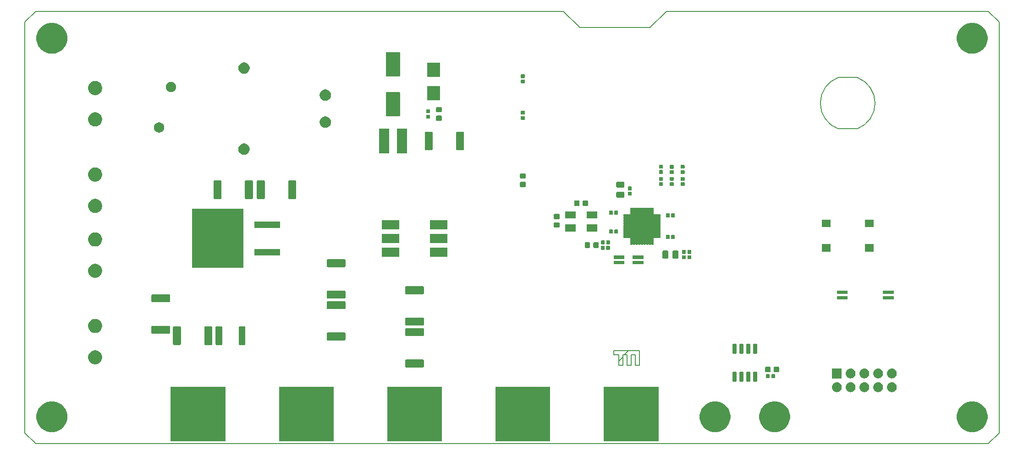
<source format=gbr>
%TF.GenerationSoftware,KiCad,Pcbnew,5.1.4*%
%TF.CreationDate,2019-08-26T22:55:42+02:00*%
%TF.ProjectId,hotplate_ctl,686f7470-6c61-4746-955f-63746c2e6b69,rev?*%
%TF.SameCoordinates,Original*%
%TF.FileFunction,Soldermask,Top*%
%TF.FilePolarity,Negative*%
%FSLAX46Y46*%
G04 Gerber Fmt 4.6, Leading zero omitted, Abs format (unit mm)*
G04 Created by KiCad (PCBNEW 5.1.4) date 2019-08-26 22:55:42*
%MOMM*%
%LPD*%
G04 APERTURE LIST*
%ADD10C,0.150000*%
G04 APERTURE END LIST*
D10*
X230250000Y-71750000D02*
G75*
G02X230250000Y-62250000I1750000J4750000D01*
G01*
X233750000Y-62250000D02*
G75*
G02X233750000Y-71750000I-1750000J-4750000D01*
G01*
X230250000Y-71750000D02*
X233750000Y-71750000D01*
X230250000Y-62250000D02*
X233750000Y-62250000D01*
X189750000Y-114750000D02*
X190500000Y-114000000D01*
X190750000Y-113500000D02*
X191500000Y-112750000D01*
X193500000Y-112750000D02*
X188750000Y-112750000D01*
X193500000Y-115500000D02*
X193500000Y-112750000D01*
X192750000Y-115500000D02*
X193500000Y-115500000D01*
X192750000Y-113500000D02*
X192750000Y-115500000D01*
X192000000Y-113500000D02*
X192750000Y-113500000D01*
X192000000Y-115500000D02*
X192000000Y-113500000D01*
X191250000Y-115500000D02*
X192000000Y-115500000D01*
X191250000Y-113500000D02*
X191250000Y-115500000D01*
X190500000Y-113500000D02*
X191250000Y-113500000D01*
X190500000Y-115500000D02*
X190500000Y-113500000D01*
X189750000Y-115500000D02*
X190500000Y-115500000D01*
X189750000Y-113500000D02*
X189750000Y-115500000D01*
X188750000Y-113500000D02*
X189750000Y-113500000D01*
X188750000Y-112750000D02*
X188750000Y-113500000D01*
X198500000Y-50000000D02*
X258000000Y-50000000D01*
X258000000Y-50000000D02*
X260000000Y-52000000D01*
X82000000Y-130000000D02*
X258000000Y-130000000D01*
X195500000Y-53000000D02*
X198500000Y-50000000D01*
X182500000Y-53000000D02*
X195500000Y-53000000D01*
X179500000Y-50000000D02*
X182500000Y-53000000D01*
X80000000Y-128000000D02*
X82000000Y-130000000D01*
X260000000Y-128000000D02*
X258000000Y-130000000D01*
X82000000Y-50000000D02*
X80000000Y-52000000D01*
X179500000Y-50000000D02*
X82000000Y-50000000D01*
X260000000Y-128000000D02*
X260000000Y-52000000D01*
X80000000Y-52000000D02*
X80000000Y-128000000D01*
G36*
X117051000Y-129551000D02*
G01*
X106949000Y-129551000D01*
X106949000Y-119449000D01*
X117051000Y-119449000D01*
X117051000Y-129551000D01*
X117051000Y-129551000D01*
G37*
G36*
X177051000Y-129551000D02*
G01*
X166949000Y-129551000D01*
X166949000Y-119449000D01*
X177051000Y-119449000D01*
X177051000Y-129551000D01*
X177051000Y-129551000D01*
G37*
G36*
X197051000Y-129551000D02*
G01*
X186949000Y-129551000D01*
X186949000Y-119449000D01*
X197051000Y-119449000D01*
X197051000Y-129551000D01*
X197051000Y-129551000D01*
G37*
G36*
X157051000Y-129551000D02*
G01*
X146949000Y-129551000D01*
X146949000Y-119449000D01*
X157051000Y-119449000D01*
X157051000Y-129551000D01*
X157051000Y-129551000D01*
G37*
G36*
X137051000Y-129551000D02*
G01*
X126949000Y-129551000D01*
X126949000Y-119449000D01*
X137051000Y-119449000D01*
X137051000Y-129551000D01*
X137051000Y-129551000D01*
G37*
G36*
X255831606Y-122258562D02*
G01*
X256350455Y-122473476D01*
X256817407Y-122785484D01*
X257214516Y-123182593D01*
X257526524Y-123649545D01*
X257741438Y-124168394D01*
X257851000Y-124719201D01*
X257851000Y-125280799D01*
X257741438Y-125831606D01*
X257526524Y-126350455D01*
X257214516Y-126817407D01*
X256817407Y-127214516D01*
X256350455Y-127526524D01*
X255831606Y-127741438D01*
X255280800Y-127851000D01*
X254719200Y-127851000D01*
X254168394Y-127741438D01*
X253649545Y-127526524D01*
X253182593Y-127214516D01*
X252785484Y-126817407D01*
X252473476Y-126350455D01*
X252258562Y-125831606D01*
X252149000Y-125280799D01*
X252149000Y-124719201D01*
X252258562Y-124168394D01*
X252473476Y-123649545D01*
X252785484Y-123182593D01*
X253182593Y-122785484D01*
X253649545Y-122473476D01*
X254168394Y-122258562D01*
X254719200Y-122149000D01*
X255280800Y-122149000D01*
X255831606Y-122258562D01*
X255831606Y-122258562D01*
G37*
G36*
X219331606Y-122258562D02*
G01*
X219850455Y-122473476D01*
X220317407Y-122785484D01*
X220714516Y-123182593D01*
X221026524Y-123649545D01*
X221241438Y-124168394D01*
X221351000Y-124719201D01*
X221351000Y-125280799D01*
X221241438Y-125831606D01*
X221026524Y-126350455D01*
X220714516Y-126817407D01*
X220317407Y-127214516D01*
X219850455Y-127526524D01*
X219331606Y-127741438D01*
X218780800Y-127851000D01*
X218219200Y-127851000D01*
X217668394Y-127741438D01*
X217149545Y-127526524D01*
X216682593Y-127214516D01*
X216285484Y-126817407D01*
X215973476Y-126350455D01*
X215758562Y-125831606D01*
X215649000Y-125280799D01*
X215649000Y-124719201D01*
X215758562Y-124168394D01*
X215973476Y-123649545D01*
X216285484Y-123182593D01*
X216682593Y-122785484D01*
X217149545Y-122473476D01*
X217668394Y-122258562D01*
X218219200Y-122149000D01*
X218780800Y-122149000D01*
X219331606Y-122258562D01*
X219331606Y-122258562D01*
G37*
G36*
X208331606Y-122258562D02*
G01*
X208850455Y-122473476D01*
X209317407Y-122785484D01*
X209714516Y-123182593D01*
X210026524Y-123649545D01*
X210241438Y-124168394D01*
X210351000Y-124719201D01*
X210351000Y-125280799D01*
X210241438Y-125831606D01*
X210026524Y-126350455D01*
X209714516Y-126817407D01*
X209317407Y-127214516D01*
X208850455Y-127526524D01*
X208331606Y-127741438D01*
X207780800Y-127851000D01*
X207219200Y-127851000D01*
X206668394Y-127741438D01*
X206149545Y-127526524D01*
X205682593Y-127214516D01*
X205285484Y-126817407D01*
X204973476Y-126350455D01*
X204758562Y-125831606D01*
X204649000Y-125280799D01*
X204649000Y-124719201D01*
X204758562Y-124168394D01*
X204973476Y-123649545D01*
X205285484Y-123182593D01*
X205682593Y-122785484D01*
X206149545Y-122473476D01*
X206668394Y-122258562D01*
X207219200Y-122149000D01*
X207780800Y-122149000D01*
X208331606Y-122258562D01*
X208331606Y-122258562D01*
G37*
G36*
X85831606Y-122258562D02*
G01*
X86350455Y-122473476D01*
X86817407Y-122785484D01*
X87214516Y-123182593D01*
X87526524Y-123649545D01*
X87741438Y-124168394D01*
X87851000Y-124719201D01*
X87851000Y-125280799D01*
X87741438Y-125831606D01*
X87526524Y-126350455D01*
X87214516Y-126817407D01*
X86817407Y-127214516D01*
X86350455Y-127526524D01*
X85831606Y-127741438D01*
X85280800Y-127851000D01*
X84719200Y-127851000D01*
X84168394Y-127741438D01*
X83649545Y-127526524D01*
X83182593Y-127214516D01*
X82785484Y-126817407D01*
X82473476Y-126350455D01*
X82258562Y-125831606D01*
X82149000Y-125280799D01*
X82149000Y-124719201D01*
X82258562Y-124168394D01*
X82473476Y-123649545D01*
X82785484Y-123182593D01*
X83182593Y-122785484D01*
X83649545Y-122473476D01*
X84168394Y-122258562D01*
X84719200Y-122149000D01*
X85280800Y-122149000D01*
X85831606Y-122258562D01*
X85831606Y-122258562D01*
G37*
G36*
X240270442Y-118645518D02*
G01*
X240336627Y-118652037D01*
X240506466Y-118703557D01*
X240662991Y-118787222D01*
X240698729Y-118816552D01*
X240800186Y-118899814D01*
X240883448Y-119001271D01*
X240912778Y-119037009D01*
X240996443Y-119193534D01*
X241047963Y-119363373D01*
X241065359Y-119540000D01*
X241047963Y-119716627D01*
X240996443Y-119886466D01*
X240912778Y-120042991D01*
X240883448Y-120078729D01*
X240800186Y-120180186D01*
X240698729Y-120263448D01*
X240662991Y-120292778D01*
X240506466Y-120376443D01*
X240336627Y-120427963D01*
X240270443Y-120434481D01*
X240204260Y-120441000D01*
X240115740Y-120441000D01*
X240049557Y-120434481D01*
X239983373Y-120427963D01*
X239813534Y-120376443D01*
X239657009Y-120292778D01*
X239621271Y-120263448D01*
X239519814Y-120180186D01*
X239436552Y-120078729D01*
X239407222Y-120042991D01*
X239323557Y-119886466D01*
X239272037Y-119716627D01*
X239254641Y-119540000D01*
X239272037Y-119363373D01*
X239323557Y-119193534D01*
X239407222Y-119037009D01*
X239436552Y-119001271D01*
X239519814Y-118899814D01*
X239621271Y-118816552D01*
X239657009Y-118787222D01*
X239813534Y-118703557D01*
X239983373Y-118652037D01*
X240049558Y-118645518D01*
X240115740Y-118639000D01*
X240204260Y-118639000D01*
X240270442Y-118645518D01*
X240270442Y-118645518D01*
G37*
G36*
X235190442Y-118645518D02*
G01*
X235256627Y-118652037D01*
X235426466Y-118703557D01*
X235582991Y-118787222D01*
X235618729Y-118816552D01*
X235720186Y-118899814D01*
X235803448Y-119001271D01*
X235832778Y-119037009D01*
X235916443Y-119193534D01*
X235967963Y-119363373D01*
X235985359Y-119540000D01*
X235967963Y-119716627D01*
X235916443Y-119886466D01*
X235832778Y-120042991D01*
X235803448Y-120078729D01*
X235720186Y-120180186D01*
X235618729Y-120263448D01*
X235582991Y-120292778D01*
X235426466Y-120376443D01*
X235256627Y-120427963D01*
X235190443Y-120434481D01*
X235124260Y-120441000D01*
X235035740Y-120441000D01*
X234969557Y-120434481D01*
X234903373Y-120427963D01*
X234733534Y-120376443D01*
X234577009Y-120292778D01*
X234541271Y-120263448D01*
X234439814Y-120180186D01*
X234356552Y-120078729D01*
X234327222Y-120042991D01*
X234243557Y-119886466D01*
X234192037Y-119716627D01*
X234174641Y-119540000D01*
X234192037Y-119363373D01*
X234243557Y-119193534D01*
X234327222Y-119037009D01*
X234356552Y-119001271D01*
X234439814Y-118899814D01*
X234541271Y-118816552D01*
X234577009Y-118787222D01*
X234733534Y-118703557D01*
X234903373Y-118652037D01*
X234969558Y-118645518D01*
X235035740Y-118639000D01*
X235124260Y-118639000D01*
X235190442Y-118645518D01*
X235190442Y-118645518D01*
G37*
G36*
X237730442Y-118645518D02*
G01*
X237796627Y-118652037D01*
X237966466Y-118703557D01*
X238122991Y-118787222D01*
X238158729Y-118816552D01*
X238260186Y-118899814D01*
X238343448Y-119001271D01*
X238372778Y-119037009D01*
X238456443Y-119193534D01*
X238507963Y-119363373D01*
X238525359Y-119540000D01*
X238507963Y-119716627D01*
X238456443Y-119886466D01*
X238372778Y-120042991D01*
X238343448Y-120078729D01*
X238260186Y-120180186D01*
X238158729Y-120263448D01*
X238122991Y-120292778D01*
X237966466Y-120376443D01*
X237796627Y-120427963D01*
X237730443Y-120434481D01*
X237664260Y-120441000D01*
X237575740Y-120441000D01*
X237509557Y-120434481D01*
X237443373Y-120427963D01*
X237273534Y-120376443D01*
X237117009Y-120292778D01*
X237081271Y-120263448D01*
X236979814Y-120180186D01*
X236896552Y-120078729D01*
X236867222Y-120042991D01*
X236783557Y-119886466D01*
X236732037Y-119716627D01*
X236714641Y-119540000D01*
X236732037Y-119363373D01*
X236783557Y-119193534D01*
X236867222Y-119037009D01*
X236896552Y-119001271D01*
X236979814Y-118899814D01*
X237081271Y-118816552D01*
X237117009Y-118787222D01*
X237273534Y-118703557D01*
X237443373Y-118652037D01*
X237509558Y-118645518D01*
X237575740Y-118639000D01*
X237664260Y-118639000D01*
X237730442Y-118645518D01*
X237730442Y-118645518D01*
G37*
G36*
X232650442Y-118645518D02*
G01*
X232716627Y-118652037D01*
X232886466Y-118703557D01*
X233042991Y-118787222D01*
X233078729Y-118816552D01*
X233180186Y-118899814D01*
X233263448Y-119001271D01*
X233292778Y-119037009D01*
X233376443Y-119193534D01*
X233427963Y-119363373D01*
X233445359Y-119540000D01*
X233427963Y-119716627D01*
X233376443Y-119886466D01*
X233292778Y-120042991D01*
X233263448Y-120078729D01*
X233180186Y-120180186D01*
X233078729Y-120263448D01*
X233042991Y-120292778D01*
X232886466Y-120376443D01*
X232716627Y-120427963D01*
X232650443Y-120434481D01*
X232584260Y-120441000D01*
X232495740Y-120441000D01*
X232429557Y-120434481D01*
X232363373Y-120427963D01*
X232193534Y-120376443D01*
X232037009Y-120292778D01*
X232001271Y-120263448D01*
X231899814Y-120180186D01*
X231816552Y-120078729D01*
X231787222Y-120042991D01*
X231703557Y-119886466D01*
X231652037Y-119716627D01*
X231634641Y-119540000D01*
X231652037Y-119363373D01*
X231703557Y-119193534D01*
X231787222Y-119037009D01*
X231816552Y-119001271D01*
X231899814Y-118899814D01*
X232001271Y-118816552D01*
X232037009Y-118787222D01*
X232193534Y-118703557D01*
X232363373Y-118652037D01*
X232429558Y-118645518D01*
X232495740Y-118639000D01*
X232584260Y-118639000D01*
X232650442Y-118645518D01*
X232650442Y-118645518D01*
G37*
G36*
X230110442Y-118645518D02*
G01*
X230176627Y-118652037D01*
X230346466Y-118703557D01*
X230502991Y-118787222D01*
X230538729Y-118816552D01*
X230640186Y-118899814D01*
X230723448Y-119001271D01*
X230752778Y-119037009D01*
X230836443Y-119193534D01*
X230887963Y-119363373D01*
X230905359Y-119540000D01*
X230887963Y-119716627D01*
X230836443Y-119886466D01*
X230752778Y-120042991D01*
X230723448Y-120078729D01*
X230640186Y-120180186D01*
X230538729Y-120263448D01*
X230502991Y-120292778D01*
X230346466Y-120376443D01*
X230176627Y-120427963D01*
X230110443Y-120434481D01*
X230044260Y-120441000D01*
X229955740Y-120441000D01*
X229889557Y-120434481D01*
X229823373Y-120427963D01*
X229653534Y-120376443D01*
X229497009Y-120292778D01*
X229461271Y-120263448D01*
X229359814Y-120180186D01*
X229276552Y-120078729D01*
X229247222Y-120042991D01*
X229163557Y-119886466D01*
X229112037Y-119716627D01*
X229094641Y-119540000D01*
X229112037Y-119363373D01*
X229163557Y-119193534D01*
X229247222Y-119037009D01*
X229276552Y-119001271D01*
X229359814Y-118899814D01*
X229461271Y-118816552D01*
X229497009Y-118787222D01*
X229653534Y-118703557D01*
X229823373Y-118652037D01*
X229889558Y-118645518D01*
X229955740Y-118639000D01*
X230044260Y-118639000D01*
X230110442Y-118645518D01*
X230110442Y-118645518D01*
G37*
G36*
X215164928Y-116651764D02*
G01*
X215186009Y-116658160D01*
X215205445Y-116668548D01*
X215222476Y-116682524D01*
X215236452Y-116699555D01*
X215246840Y-116718991D01*
X215253236Y-116740072D01*
X215256000Y-116768140D01*
X215256000Y-118381860D01*
X215253236Y-118409928D01*
X215246840Y-118431009D01*
X215236452Y-118450445D01*
X215222476Y-118467476D01*
X215205445Y-118481452D01*
X215186009Y-118491840D01*
X215164928Y-118498236D01*
X215136860Y-118501000D01*
X214673140Y-118501000D01*
X214645072Y-118498236D01*
X214623991Y-118491840D01*
X214604555Y-118481452D01*
X214587524Y-118467476D01*
X214573548Y-118450445D01*
X214563160Y-118431009D01*
X214556764Y-118409928D01*
X214554000Y-118381860D01*
X214554000Y-116768140D01*
X214556764Y-116740072D01*
X214563160Y-116718991D01*
X214573548Y-116699555D01*
X214587524Y-116682524D01*
X214604555Y-116668548D01*
X214623991Y-116658160D01*
X214645072Y-116651764D01*
X214673140Y-116649000D01*
X215136860Y-116649000D01*
X215164928Y-116651764D01*
X215164928Y-116651764D01*
G37*
G36*
X212624928Y-116651764D02*
G01*
X212646009Y-116658160D01*
X212665445Y-116668548D01*
X212682476Y-116682524D01*
X212696452Y-116699555D01*
X212706840Y-116718991D01*
X212713236Y-116740072D01*
X212716000Y-116768140D01*
X212716000Y-118381860D01*
X212713236Y-118409928D01*
X212706840Y-118431009D01*
X212696452Y-118450445D01*
X212682476Y-118467476D01*
X212665445Y-118481452D01*
X212646009Y-118491840D01*
X212624928Y-118498236D01*
X212596860Y-118501000D01*
X212133140Y-118501000D01*
X212105072Y-118498236D01*
X212083991Y-118491840D01*
X212064555Y-118481452D01*
X212047524Y-118467476D01*
X212033548Y-118450445D01*
X212023160Y-118431009D01*
X212016764Y-118409928D01*
X212014000Y-118381860D01*
X212014000Y-116768140D01*
X212016764Y-116740072D01*
X212023160Y-116718991D01*
X212033548Y-116699555D01*
X212047524Y-116682524D01*
X212064555Y-116668548D01*
X212083991Y-116658160D01*
X212105072Y-116651764D01*
X212133140Y-116649000D01*
X212596860Y-116649000D01*
X212624928Y-116651764D01*
X212624928Y-116651764D01*
G37*
G36*
X213894928Y-116651764D02*
G01*
X213916009Y-116658160D01*
X213935445Y-116668548D01*
X213952476Y-116682524D01*
X213966452Y-116699555D01*
X213976840Y-116718991D01*
X213983236Y-116740072D01*
X213986000Y-116768140D01*
X213986000Y-118381860D01*
X213983236Y-118409928D01*
X213976840Y-118431009D01*
X213966452Y-118450445D01*
X213952476Y-118467476D01*
X213935445Y-118481452D01*
X213916009Y-118491840D01*
X213894928Y-118498236D01*
X213866860Y-118501000D01*
X213403140Y-118501000D01*
X213375072Y-118498236D01*
X213353991Y-118491840D01*
X213334555Y-118481452D01*
X213317524Y-118467476D01*
X213303548Y-118450445D01*
X213293160Y-118431009D01*
X213286764Y-118409928D01*
X213284000Y-118381860D01*
X213284000Y-116768140D01*
X213286764Y-116740072D01*
X213293160Y-116718991D01*
X213303548Y-116699555D01*
X213317524Y-116682524D01*
X213334555Y-116668548D01*
X213353991Y-116658160D01*
X213375072Y-116651764D01*
X213403140Y-116649000D01*
X213866860Y-116649000D01*
X213894928Y-116651764D01*
X213894928Y-116651764D01*
G37*
G36*
X211354928Y-116651764D02*
G01*
X211376009Y-116658160D01*
X211395445Y-116668548D01*
X211412476Y-116682524D01*
X211426452Y-116699555D01*
X211436840Y-116718991D01*
X211443236Y-116740072D01*
X211446000Y-116768140D01*
X211446000Y-118381860D01*
X211443236Y-118409928D01*
X211436840Y-118431009D01*
X211426452Y-118450445D01*
X211412476Y-118467476D01*
X211395445Y-118481452D01*
X211376009Y-118491840D01*
X211354928Y-118498236D01*
X211326860Y-118501000D01*
X210863140Y-118501000D01*
X210835072Y-118498236D01*
X210813991Y-118491840D01*
X210794555Y-118481452D01*
X210777524Y-118467476D01*
X210763548Y-118450445D01*
X210753160Y-118431009D01*
X210746764Y-118409928D01*
X210744000Y-118381860D01*
X210744000Y-116768140D01*
X210746764Y-116740072D01*
X210753160Y-116718991D01*
X210763548Y-116699555D01*
X210777524Y-116682524D01*
X210794555Y-116668548D01*
X210813991Y-116658160D01*
X210835072Y-116651764D01*
X210863140Y-116649000D01*
X211326860Y-116649000D01*
X211354928Y-116651764D01*
X211354928Y-116651764D01*
G37*
G36*
X235190442Y-116105518D02*
G01*
X235256627Y-116112037D01*
X235426466Y-116163557D01*
X235582991Y-116247222D01*
X235618729Y-116276552D01*
X235720186Y-116359814D01*
X235803448Y-116461271D01*
X235832778Y-116497009D01*
X235916443Y-116653534D01*
X235967963Y-116823373D01*
X235985359Y-117000000D01*
X235967963Y-117176627D01*
X235916443Y-117346466D01*
X235832778Y-117502991D01*
X235803448Y-117538729D01*
X235720186Y-117640186D01*
X235649738Y-117698000D01*
X235582991Y-117752778D01*
X235426466Y-117836443D01*
X235256627Y-117887963D01*
X235190442Y-117894482D01*
X235124260Y-117901000D01*
X235035740Y-117901000D01*
X234969558Y-117894482D01*
X234903373Y-117887963D01*
X234733534Y-117836443D01*
X234577009Y-117752778D01*
X234510262Y-117698000D01*
X234439814Y-117640186D01*
X234356552Y-117538729D01*
X234327222Y-117502991D01*
X234243557Y-117346466D01*
X234192037Y-117176627D01*
X234174641Y-117000000D01*
X234192037Y-116823373D01*
X234243557Y-116653534D01*
X234327222Y-116497009D01*
X234356552Y-116461271D01*
X234439814Y-116359814D01*
X234541271Y-116276552D01*
X234577009Y-116247222D01*
X234733534Y-116163557D01*
X234903373Y-116112037D01*
X234969558Y-116105518D01*
X235035740Y-116099000D01*
X235124260Y-116099000D01*
X235190442Y-116105518D01*
X235190442Y-116105518D01*
G37*
G36*
X237730442Y-116105518D02*
G01*
X237796627Y-116112037D01*
X237966466Y-116163557D01*
X238122991Y-116247222D01*
X238158729Y-116276552D01*
X238260186Y-116359814D01*
X238343448Y-116461271D01*
X238372778Y-116497009D01*
X238456443Y-116653534D01*
X238507963Y-116823373D01*
X238525359Y-117000000D01*
X238507963Y-117176627D01*
X238456443Y-117346466D01*
X238372778Y-117502991D01*
X238343448Y-117538729D01*
X238260186Y-117640186D01*
X238189738Y-117698000D01*
X238122991Y-117752778D01*
X237966466Y-117836443D01*
X237796627Y-117887963D01*
X237730442Y-117894482D01*
X237664260Y-117901000D01*
X237575740Y-117901000D01*
X237509558Y-117894482D01*
X237443373Y-117887963D01*
X237273534Y-117836443D01*
X237117009Y-117752778D01*
X237050262Y-117698000D01*
X236979814Y-117640186D01*
X236896552Y-117538729D01*
X236867222Y-117502991D01*
X236783557Y-117346466D01*
X236732037Y-117176627D01*
X236714641Y-117000000D01*
X236732037Y-116823373D01*
X236783557Y-116653534D01*
X236867222Y-116497009D01*
X236896552Y-116461271D01*
X236979814Y-116359814D01*
X237081271Y-116276552D01*
X237117009Y-116247222D01*
X237273534Y-116163557D01*
X237443373Y-116112037D01*
X237509558Y-116105518D01*
X237575740Y-116099000D01*
X237664260Y-116099000D01*
X237730442Y-116105518D01*
X237730442Y-116105518D01*
G37*
G36*
X240270442Y-116105518D02*
G01*
X240336627Y-116112037D01*
X240506466Y-116163557D01*
X240662991Y-116247222D01*
X240698729Y-116276552D01*
X240800186Y-116359814D01*
X240883448Y-116461271D01*
X240912778Y-116497009D01*
X240996443Y-116653534D01*
X241047963Y-116823373D01*
X241065359Y-117000000D01*
X241047963Y-117176627D01*
X240996443Y-117346466D01*
X240912778Y-117502991D01*
X240883448Y-117538729D01*
X240800186Y-117640186D01*
X240729738Y-117698000D01*
X240662991Y-117752778D01*
X240506466Y-117836443D01*
X240336627Y-117887963D01*
X240270442Y-117894482D01*
X240204260Y-117901000D01*
X240115740Y-117901000D01*
X240049558Y-117894482D01*
X239983373Y-117887963D01*
X239813534Y-117836443D01*
X239657009Y-117752778D01*
X239590262Y-117698000D01*
X239519814Y-117640186D01*
X239436552Y-117538729D01*
X239407222Y-117502991D01*
X239323557Y-117346466D01*
X239272037Y-117176627D01*
X239254641Y-117000000D01*
X239272037Y-116823373D01*
X239323557Y-116653534D01*
X239407222Y-116497009D01*
X239436552Y-116461271D01*
X239519814Y-116359814D01*
X239621271Y-116276552D01*
X239657009Y-116247222D01*
X239813534Y-116163557D01*
X239983373Y-116112037D01*
X240049558Y-116105518D01*
X240115740Y-116099000D01*
X240204260Y-116099000D01*
X240270442Y-116105518D01*
X240270442Y-116105518D01*
G37*
G36*
X232650442Y-116105518D02*
G01*
X232716627Y-116112037D01*
X232886466Y-116163557D01*
X233042991Y-116247222D01*
X233078729Y-116276552D01*
X233180186Y-116359814D01*
X233263448Y-116461271D01*
X233292778Y-116497009D01*
X233376443Y-116653534D01*
X233427963Y-116823373D01*
X233445359Y-117000000D01*
X233427963Y-117176627D01*
X233376443Y-117346466D01*
X233292778Y-117502991D01*
X233263448Y-117538729D01*
X233180186Y-117640186D01*
X233109738Y-117698000D01*
X233042991Y-117752778D01*
X232886466Y-117836443D01*
X232716627Y-117887963D01*
X232650442Y-117894482D01*
X232584260Y-117901000D01*
X232495740Y-117901000D01*
X232429558Y-117894482D01*
X232363373Y-117887963D01*
X232193534Y-117836443D01*
X232037009Y-117752778D01*
X231970262Y-117698000D01*
X231899814Y-117640186D01*
X231816552Y-117538729D01*
X231787222Y-117502991D01*
X231703557Y-117346466D01*
X231652037Y-117176627D01*
X231634641Y-117000000D01*
X231652037Y-116823373D01*
X231703557Y-116653534D01*
X231787222Y-116497009D01*
X231816552Y-116461271D01*
X231899814Y-116359814D01*
X232001271Y-116276552D01*
X232037009Y-116247222D01*
X232193534Y-116163557D01*
X232363373Y-116112037D01*
X232429558Y-116105518D01*
X232495740Y-116099000D01*
X232584260Y-116099000D01*
X232650442Y-116105518D01*
X232650442Y-116105518D01*
G37*
G36*
X230901000Y-117901000D02*
G01*
X229099000Y-117901000D01*
X229099000Y-116099000D01*
X230901000Y-116099000D01*
X230901000Y-117901000D01*
X230901000Y-117901000D01*
G37*
G36*
X218476938Y-117131716D02*
G01*
X218497557Y-117137971D01*
X218516553Y-117148124D01*
X218533208Y-117161792D01*
X218546876Y-117178447D01*
X218557029Y-117197443D01*
X218563284Y-117218062D01*
X218566000Y-117245640D01*
X218566000Y-117754360D01*
X218563284Y-117781938D01*
X218557029Y-117802557D01*
X218546876Y-117821553D01*
X218533208Y-117838208D01*
X218516553Y-117851876D01*
X218497557Y-117862029D01*
X218476938Y-117868284D01*
X218449360Y-117871000D01*
X217990640Y-117871000D01*
X217963062Y-117868284D01*
X217942443Y-117862029D01*
X217923447Y-117851876D01*
X217906792Y-117838208D01*
X217893124Y-117821553D01*
X217882971Y-117802557D01*
X217876716Y-117781938D01*
X217874000Y-117754360D01*
X217874000Y-117245640D01*
X217876716Y-117218062D01*
X217882971Y-117197443D01*
X217893124Y-117178447D01*
X217906792Y-117161792D01*
X217923447Y-117148124D01*
X217942443Y-117137971D01*
X217963062Y-117131716D01*
X217990640Y-117129000D01*
X218449360Y-117129000D01*
X218476938Y-117131716D01*
X218476938Y-117131716D01*
G37*
G36*
X217506938Y-117131716D02*
G01*
X217527557Y-117137971D01*
X217546553Y-117148124D01*
X217563208Y-117161792D01*
X217576876Y-117178447D01*
X217587029Y-117197443D01*
X217593284Y-117218062D01*
X217596000Y-117245640D01*
X217596000Y-117754360D01*
X217593284Y-117781938D01*
X217587029Y-117802557D01*
X217576876Y-117821553D01*
X217563208Y-117838208D01*
X217546553Y-117851876D01*
X217527557Y-117862029D01*
X217506938Y-117868284D01*
X217479360Y-117871000D01*
X217020640Y-117871000D01*
X216993062Y-117868284D01*
X216972443Y-117862029D01*
X216953447Y-117851876D01*
X216936792Y-117838208D01*
X216923124Y-117821553D01*
X216912971Y-117802557D01*
X216906716Y-117781938D01*
X216904000Y-117754360D01*
X216904000Y-117245640D01*
X216906716Y-117218062D01*
X216912971Y-117197443D01*
X216923124Y-117178447D01*
X216936792Y-117161792D01*
X216953447Y-117148124D01*
X216972443Y-117137971D01*
X216993062Y-117131716D01*
X217020640Y-117129000D01*
X217479360Y-117129000D01*
X217506938Y-117131716D01*
X217506938Y-117131716D01*
G37*
G36*
X217592091Y-115728085D02*
G01*
X217626069Y-115738393D01*
X217657390Y-115755134D01*
X217684839Y-115777661D01*
X217707366Y-115805110D01*
X217724107Y-115836431D01*
X217734415Y-115870409D01*
X217738500Y-115911890D01*
X217738500Y-116588110D01*
X217734415Y-116629591D01*
X217724107Y-116663569D01*
X217707366Y-116694890D01*
X217684839Y-116722339D01*
X217657390Y-116744866D01*
X217626069Y-116761607D01*
X217592091Y-116771915D01*
X217550610Y-116776000D01*
X216949390Y-116776000D01*
X216907909Y-116771915D01*
X216873931Y-116761607D01*
X216842610Y-116744866D01*
X216815161Y-116722339D01*
X216792634Y-116694890D01*
X216775893Y-116663569D01*
X216765585Y-116629591D01*
X216761500Y-116588110D01*
X216761500Y-115911890D01*
X216765585Y-115870409D01*
X216775893Y-115836431D01*
X216792634Y-115805110D01*
X216815161Y-115777661D01*
X216842610Y-115755134D01*
X216873931Y-115738393D01*
X216907909Y-115728085D01*
X216949390Y-115724000D01*
X217550610Y-115724000D01*
X217592091Y-115728085D01*
X217592091Y-115728085D01*
G37*
G36*
X219167091Y-115728085D02*
G01*
X219201069Y-115738393D01*
X219232390Y-115755134D01*
X219259839Y-115777661D01*
X219282366Y-115805110D01*
X219299107Y-115836431D01*
X219309415Y-115870409D01*
X219313500Y-115911890D01*
X219313500Y-116588110D01*
X219309415Y-116629591D01*
X219299107Y-116663569D01*
X219282366Y-116694890D01*
X219259839Y-116722339D01*
X219232390Y-116744866D01*
X219201069Y-116761607D01*
X219167091Y-116771915D01*
X219125610Y-116776000D01*
X218524390Y-116776000D01*
X218482909Y-116771915D01*
X218448931Y-116761607D01*
X218417610Y-116744866D01*
X218390161Y-116722339D01*
X218367634Y-116694890D01*
X218350893Y-116663569D01*
X218340585Y-116629591D01*
X218336500Y-116588110D01*
X218336500Y-115911890D01*
X218340585Y-115870409D01*
X218350893Y-115836431D01*
X218367634Y-115805110D01*
X218390161Y-115777661D01*
X218417610Y-115755134D01*
X218448931Y-115738393D01*
X218482909Y-115728085D01*
X218524390Y-115724000D01*
X219125610Y-115724000D01*
X219167091Y-115728085D01*
X219167091Y-115728085D01*
G37*
G36*
X153572798Y-114428247D02*
G01*
X153608367Y-114439037D01*
X153641139Y-114456554D01*
X153669869Y-114480131D01*
X153693446Y-114508861D01*
X153710963Y-114541633D01*
X153721753Y-114577202D01*
X153726000Y-114620325D01*
X153726000Y-115679675D01*
X153721753Y-115722798D01*
X153710963Y-115758367D01*
X153693446Y-115791139D01*
X153669869Y-115819869D01*
X153641139Y-115843446D01*
X153608367Y-115860963D01*
X153572798Y-115871753D01*
X153529675Y-115876000D01*
X150470325Y-115876000D01*
X150427202Y-115871753D01*
X150391633Y-115860963D01*
X150358861Y-115843446D01*
X150330131Y-115819869D01*
X150306554Y-115791139D01*
X150289037Y-115758367D01*
X150278247Y-115722798D01*
X150274000Y-115679675D01*
X150274000Y-114620325D01*
X150278247Y-114577202D01*
X150289037Y-114541633D01*
X150306554Y-114508861D01*
X150330131Y-114480131D01*
X150358861Y-114456554D01*
X150391633Y-114439037D01*
X150427202Y-114428247D01*
X150470325Y-114424000D01*
X153529675Y-114424000D01*
X153572798Y-114428247D01*
X153572798Y-114428247D01*
G37*
G36*
X93379487Y-112748996D02*
G01*
X93616253Y-112847068D01*
X93616255Y-112847069D01*
X93829339Y-112989447D01*
X94010553Y-113170661D01*
X94131052Y-113351000D01*
X94152932Y-113383747D01*
X94251004Y-113620513D01*
X94301000Y-113871861D01*
X94301000Y-114128139D01*
X94251004Y-114379487D01*
X94163811Y-114589989D01*
X94152931Y-114616255D01*
X94010553Y-114829339D01*
X93829339Y-115010553D01*
X93616255Y-115152931D01*
X93616254Y-115152932D01*
X93616253Y-115152932D01*
X93379487Y-115251004D01*
X93128139Y-115301000D01*
X92871861Y-115301000D01*
X92620513Y-115251004D01*
X92383747Y-115152932D01*
X92383746Y-115152932D01*
X92383745Y-115152931D01*
X92170661Y-115010553D01*
X91989447Y-114829339D01*
X91847069Y-114616255D01*
X91836189Y-114589989D01*
X91748996Y-114379487D01*
X91699000Y-114128139D01*
X91699000Y-113871861D01*
X91748996Y-113620513D01*
X91847068Y-113383747D01*
X91868949Y-113351000D01*
X91989447Y-113170661D01*
X92170661Y-112989447D01*
X92383745Y-112847069D01*
X92383747Y-112847068D01*
X92620513Y-112748996D01*
X92871861Y-112699000D01*
X93128139Y-112699000D01*
X93379487Y-112748996D01*
X93379487Y-112748996D01*
G37*
G36*
X211354928Y-111501764D02*
G01*
X211376009Y-111508160D01*
X211395445Y-111518548D01*
X211412476Y-111532524D01*
X211426452Y-111549555D01*
X211436840Y-111568991D01*
X211443236Y-111590072D01*
X211446000Y-111618140D01*
X211446000Y-113231860D01*
X211443236Y-113259928D01*
X211436840Y-113281009D01*
X211426452Y-113300445D01*
X211412476Y-113317476D01*
X211395445Y-113331452D01*
X211376009Y-113341840D01*
X211354928Y-113348236D01*
X211326860Y-113351000D01*
X210863140Y-113351000D01*
X210835072Y-113348236D01*
X210813991Y-113341840D01*
X210794555Y-113331452D01*
X210777524Y-113317476D01*
X210763548Y-113300445D01*
X210753160Y-113281009D01*
X210746764Y-113259928D01*
X210744000Y-113231860D01*
X210744000Y-111618140D01*
X210746764Y-111590072D01*
X210753160Y-111568991D01*
X210763548Y-111549555D01*
X210777524Y-111532524D01*
X210794555Y-111518548D01*
X210813991Y-111508160D01*
X210835072Y-111501764D01*
X210863140Y-111499000D01*
X211326860Y-111499000D01*
X211354928Y-111501764D01*
X211354928Y-111501764D01*
G37*
G36*
X213894928Y-111501764D02*
G01*
X213916009Y-111508160D01*
X213935445Y-111518548D01*
X213952476Y-111532524D01*
X213966452Y-111549555D01*
X213976840Y-111568991D01*
X213983236Y-111590072D01*
X213986000Y-111618140D01*
X213986000Y-113231860D01*
X213983236Y-113259928D01*
X213976840Y-113281009D01*
X213966452Y-113300445D01*
X213952476Y-113317476D01*
X213935445Y-113331452D01*
X213916009Y-113341840D01*
X213894928Y-113348236D01*
X213866860Y-113351000D01*
X213403140Y-113351000D01*
X213375072Y-113348236D01*
X213353991Y-113341840D01*
X213334555Y-113331452D01*
X213317524Y-113317476D01*
X213303548Y-113300445D01*
X213293160Y-113281009D01*
X213286764Y-113259928D01*
X213284000Y-113231860D01*
X213284000Y-111618140D01*
X213286764Y-111590072D01*
X213293160Y-111568991D01*
X213303548Y-111549555D01*
X213317524Y-111532524D01*
X213334555Y-111518548D01*
X213353991Y-111508160D01*
X213375072Y-111501764D01*
X213403140Y-111499000D01*
X213866860Y-111499000D01*
X213894928Y-111501764D01*
X213894928Y-111501764D01*
G37*
G36*
X212624928Y-111501764D02*
G01*
X212646009Y-111508160D01*
X212665445Y-111518548D01*
X212682476Y-111532524D01*
X212696452Y-111549555D01*
X212706840Y-111568991D01*
X212713236Y-111590072D01*
X212716000Y-111618140D01*
X212716000Y-113231860D01*
X212713236Y-113259928D01*
X212706840Y-113281009D01*
X212696452Y-113300445D01*
X212682476Y-113317476D01*
X212665445Y-113331452D01*
X212646009Y-113341840D01*
X212624928Y-113348236D01*
X212596860Y-113351000D01*
X212133140Y-113351000D01*
X212105072Y-113348236D01*
X212083991Y-113341840D01*
X212064555Y-113331452D01*
X212047524Y-113317476D01*
X212033548Y-113300445D01*
X212023160Y-113281009D01*
X212016764Y-113259928D01*
X212014000Y-113231860D01*
X212014000Y-111618140D01*
X212016764Y-111590072D01*
X212023160Y-111568991D01*
X212033548Y-111549555D01*
X212047524Y-111532524D01*
X212064555Y-111518548D01*
X212083991Y-111508160D01*
X212105072Y-111501764D01*
X212133140Y-111499000D01*
X212596860Y-111499000D01*
X212624928Y-111501764D01*
X212624928Y-111501764D01*
G37*
G36*
X215164928Y-111501764D02*
G01*
X215186009Y-111508160D01*
X215205445Y-111518548D01*
X215222476Y-111532524D01*
X215236452Y-111549555D01*
X215246840Y-111568991D01*
X215253236Y-111590072D01*
X215256000Y-111618140D01*
X215256000Y-113231860D01*
X215253236Y-113259928D01*
X215246840Y-113281009D01*
X215236452Y-113300445D01*
X215222476Y-113317476D01*
X215205445Y-113331452D01*
X215186009Y-113341840D01*
X215164928Y-113348236D01*
X215136860Y-113351000D01*
X214673140Y-113351000D01*
X214645072Y-113348236D01*
X214623991Y-113341840D01*
X214604555Y-113331452D01*
X214587524Y-113317476D01*
X214573548Y-113300445D01*
X214563160Y-113281009D01*
X214556764Y-113259928D01*
X214554000Y-113231860D01*
X214554000Y-111618140D01*
X214556764Y-111590072D01*
X214563160Y-111568991D01*
X214573548Y-111549555D01*
X214587524Y-111532524D01*
X214604555Y-111518548D01*
X214623991Y-111508160D01*
X214645072Y-111501764D01*
X214673140Y-111499000D01*
X215136860Y-111499000D01*
X215164928Y-111501764D01*
X215164928Y-111501764D01*
G37*
G36*
X120587307Y-108253498D02*
G01*
X120625318Y-108265029D01*
X120660342Y-108283749D01*
X120691049Y-108308951D01*
X120716251Y-108339658D01*
X120734971Y-108374682D01*
X120746502Y-108412693D01*
X120751000Y-108458363D01*
X120751000Y-111541637D01*
X120746502Y-111587307D01*
X120734971Y-111625318D01*
X120716251Y-111660342D01*
X120691049Y-111691049D01*
X120660342Y-111716251D01*
X120625318Y-111734971D01*
X120587307Y-111746502D01*
X120541637Y-111751000D01*
X119733363Y-111751000D01*
X119687693Y-111746502D01*
X119649682Y-111734971D01*
X119614658Y-111716251D01*
X119583951Y-111691049D01*
X119558749Y-111660342D01*
X119540029Y-111625318D01*
X119528498Y-111587307D01*
X119524000Y-111541637D01*
X119524000Y-108458363D01*
X119528498Y-108412693D01*
X119540029Y-108374682D01*
X119558749Y-108339658D01*
X119583951Y-108308951D01*
X119614658Y-108283749D01*
X119649682Y-108265029D01*
X119687693Y-108253498D01*
X119733363Y-108249000D01*
X120541637Y-108249000D01*
X120587307Y-108253498D01*
X120587307Y-108253498D01*
G37*
G36*
X116312307Y-108253498D02*
G01*
X116350318Y-108265029D01*
X116385342Y-108283749D01*
X116416049Y-108308951D01*
X116441251Y-108339658D01*
X116459971Y-108374682D01*
X116471502Y-108412693D01*
X116476000Y-108458363D01*
X116476000Y-111541637D01*
X116471502Y-111587307D01*
X116459971Y-111625318D01*
X116441251Y-111660342D01*
X116416049Y-111691049D01*
X116385342Y-111716251D01*
X116350318Y-111734971D01*
X116312307Y-111746502D01*
X116266637Y-111751000D01*
X115458363Y-111751000D01*
X115412693Y-111746502D01*
X115374682Y-111734971D01*
X115339658Y-111716251D01*
X115308951Y-111691049D01*
X115283749Y-111660342D01*
X115265029Y-111625318D01*
X115253498Y-111587307D01*
X115249000Y-111541637D01*
X115249000Y-108458363D01*
X115253498Y-108412693D01*
X115265029Y-108374682D01*
X115283749Y-108339658D01*
X115308951Y-108308951D01*
X115339658Y-108283749D01*
X115374682Y-108265029D01*
X115412693Y-108253498D01*
X115458363Y-108249000D01*
X116266637Y-108249000D01*
X116312307Y-108253498D01*
X116312307Y-108253498D01*
G37*
G36*
X108672798Y-108278247D02*
G01*
X108708367Y-108289037D01*
X108741139Y-108306554D01*
X108769869Y-108330131D01*
X108793446Y-108358861D01*
X108810963Y-108391633D01*
X108821753Y-108427202D01*
X108826000Y-108470325D01*
X108826000Y-111529675D01*
X108821753Y-111572798D01*
X108810963Y-111608367D01*
X108793446Y-111641139D01*
X108769869Y-111669869D01*
X108741139Y-111693446D01*
X108708367Y-111710963D01*
X108672798Y-111721753D01*
X108629675Y-111726000D01*
X107570325Y-111726000D01*
X107527202Y-111721753D01*
X107491633Y-111710963D01*
X107458861Y-111693446D01*
X107430131Y-111669869D01*
X107406554Y-111641139D01*
X107389037Y-111608367D01*
X107378247Y-111572798D01*
X107374000Y-111529675D01*
X107374000Y-108470325D01*
X107378247Y-108427202D01*
X107389037Y-108391633D01*
X107406554Y-108358861D01*
X107430131Y-108330131D01*
X107458861Y-108306554D01*
X107491633Y-108289037D01*
X107527202Y-108278247D01*
X107570325Y-108274000D01*
X108629675Y-108274000D01*
X108672798Y-108278247D01*
X108672798Y-108278247D01*
G37*
G36*
X114472798Y-108278247D02*
G01*
X114508367Y-108289037D01*
X114541139Y-108306554D01*
X114569869Y-108330131D01*
X114593446Y-108358861D01*
X114610963Y-108391633D01*
X114621753Y-108427202D01*
X114626000Y-108470325D01*
X114626000Y-111529675D01*
X114621753Y-111572798D01*
X114610963Y-111608367D01*
X114593446Y-111641139D01*
X114569869Y-111669869D01*
X114541139Y-111693446D01*
X114508367Y-111710963D01*
X114472798Y-111721753D01*
X114429675Y-111726000D01*
X113370325Y-111726000D01*
X113327202Y-111721753D01*
X113291633Y-111710963D01*
X113258861Y-111693446D01*
X113230131Y-111669869D01*
X113206554Y-111641139D01*
X113189037Y-111608367D01*
X113178247Y-111572798D01*
X113174000Y-111529675D01*
X113174000Y-108470325D01*
X113178247Y-108427202D01*
X113189037Y-108391633D01*
X113206554Y-108358861D01*
X113230131Y-108330131D01*
X113258861Y-108306554D01*
X113291633Y-108289037D01*
X113327202Y-108278247D01*
X113370325Y-108274000D01*
X114429675Y-108274000D01*
X114472798Y-108278247D01*
X114472798Y-108278247D01*
G37*
G36*
X139072798Y-109428247D02*
G01*
X139108367Y-109439037D01*
X139141139Y-109456554D01*
X139169869Y-109480131D01*
X139193446Y-109508861D01*
X139210963Y-109541633D01*
X139221753Y-109577202D01*
X139226000Y-109620325D01*
X139226000Y-110679675D01*
X139221753Y-110722798D01*
X139210963Y-110758367D01*
X139193446Y-110791139D01*
X139169869Y-110819869D01*
X139141139Y-110843446D01*
X139108367Y-110860963D01*
X139072798Y-110871753D01*
X139029675Y-110876000D01*
X135970325Y-110876000D01*
X135927202Y-110871753D01*
X135891633Y-110860963D01*
X135858861Y-110843446D01*
X135830131Y-110819869D01*
X135806554Y-110791139D01*
X135789037Y-110758367D01*
X135778247Y-110722798D01*
X135774000Y-110679675D01*
X135774000Y-109620325D01*
X135778247Y-109577202D01*
X135789037Y-109541633D01*
X135806554Y-109508861D01*
X135830131Y-109480131D01*
X135858861Y-109456554D01*
X135891633Y-109439037D01*
X135927202Y-109428247D01*
X135970325Y-109424000D01*
X139029675Y-109424000D01*
X139072798Y-109428247D01*
X139072798Y-109428247D01*
G37*
G36*
X153572798Y-108628247D02*
G01*
X153608367Y-108639037D01*
X153641139Y-108656554D01*
X153669869Y-108680131D01*
X153693446Y-108708861D01*
X153710963Y-108741633D01*
X153721753Y-108777202D01*
X153726000Y-108820325D01*
X153726000Y-109879675D01*
X153721753Y-109922798D01*
X153710963Y-109958367D01*
X153693446Y-109991139D01*
X153669869Y-110019869D01*
X153641139Y-110043446D01*
X153608367Y-110060963D01*
X153572798Y-110071753D01*
X153529675Y-110076000D01*
X150470325Y-110076000D01*
X150427202Y-110071753D01*
X150391633Y-110060963D01*
X150358861Y-110043446D01*
X150330131Y-110019869D01*
X150306554Y-109991139D01*
X150289037Y-109958367D01*
X150278247Y-109922798D01*
X150274000Y-109879675D01*
X150274000Y-108820325D01*
X150278247Y-108777202D01*
X150289037Y-108741633D01*
X150306554Y-108708861D01*
X150330131Y-108680131D01*
X150358861Y-108656554D01*
X150391633Y-108639037D01*
X150427202Y-108628247D01*
X150470325Y-108624000D01*
X153529675Y-108624000D01*
X153572798Y-108628247D01*
X153572798Y-108628247D01*
G37*
G36*
X106672798Y-108178247D02*
G01*
X106708367Y-108189037D01*
X106741139Y-108206554D01*
X106769869Y-108230131D01*
X106793446Y-108258861D01*
X106810963Y-108291633D01*
X106821753Y-108327202D01*
X106826000Y-108370325D01*
X106826000Y-109429675D01*
X106821753Y-109472798D01*
X106810963Y-109508367D01*
X106793446Y-109541139D01*
X106769869Y-109569869D01*
X106741139Y-109593446D01*
X106708367Y-109610963D01*
X106672798Y-109621753D01*
X106629675Y-109626000D01*
X103570325Y-109626000D01*
X103527202Y-109621753D01*
X103491633Y-109610963D01*
X103458861Y-109593446D01*
X103430131Y-109569869D01*
X103406554Y-109541139D01*
X103389037Y-109508367D01*
X103378247Y-109472798D01*
X103374000Y-109429675D01*
X103374000Y-108370325D01*
X103378247Y-108327202D01*
X103389037Y-108291633D01*
X103406554Y-108258861D01*
X103430131Y-108230131D01*
X103458861Y-108206554D01*
X103491633Y-108189037D01*
X103527202Y-108178247D01*
X103570325Y-108174000D01*
X106629675Y-108174000D01*
X106672798Y-108178247D01*
X106672798Y-108178247D01*
G37*
G36*
X93379487Y-106948996D02*
G01*
X93616253Y-107047068D01*
X93616255Y-107047069D01*
X93829339Y-107189447D01*
X94010553Y-107370661D01*
X94152932Y-107583747D01*
X94251004Y-107820513D01*
X94301000Y-108071861D01*
X94301000Y-108328139D01*
X94251004Y-108579487D01*
X94163811Y-108789989D01*
X94152931Y-108816255D01*
X94010553Y-109029339D01*
X93829339Y-109210553D01*
X93616255Y-109352931D01*
X93616254Y-109352932D01*
X93616253Y-109352932D01*
X93379487Y-109451004D01*
X93128139Y-109501000D01*
X92871861Y-109501000D01*
X92620513Y-109451004D01*
X92383747Y-109352932D01*
X92383746Y-109352932D01*
X92383745Y-109352931D01*
X92170661Y-109210553D01*
X91989447Y-109029339D01*
X91847069Y-108816255D01*
X91836189Y-108789989D01*
X91748996Y-108579487D01*
X91699000Y-108328139D01*
X91699000Y-108071861D01*
X91748996Y-107820513D01*
X91847068Y-107583747D01*
X91989447Y-107370661D01*
X92170661Y-107189447D01*
X92383745Y-107047069D01*
X92383747Y-107047068D01*
X92620513Y-106948996D01*
X92871861Y-106899000D01*
X93128139Y-106899000D01*
X93379487Y-106948996D01*
X93379487Y-106948996D01*
G37*
G36*
X153572798Y-106678247D02*
G01*
X153608367Y-106689037D01*
X153641139Y-106706554D01*
X153669869Y-106730131D01*
X153693446Y-106758861D01*
X153710963Y-106791633D01*
X153721753Y-106827202D01*
X153726000Y-106870325D01*
X153726000Y-107929675D01*
X153721753Y-107972798D01*
X153710963Y-108008367D01*
X153693446Y-108041139D01*
X153669869Y-108069869D01*
X153641139Y-108093446D01*
X153608367Y-108110963D01*
X153572798Y-108121753D01*
X153529675Y-108126000D01*
X150470325Y-108126000D01*
X150427202Y-108121753D01*
X150391633Y-108110963D01*
X150358861Y-108093446D01*
X150330131Y-108069869D01*
X150306554Y-108041139D01*
X150289037Y-108008367D01*
X150278247Y-107972798D01*
X150274000Y-107929675D01*
X150274000Y-106870325D01*
X150278247Y-106827202D01*
X150289037Y-106791633D01*
X150306554Y-106758861D01*
X150330131Y-106730131D01*
X150358861Y-106706554D01*
X150391633Y-106689037D01*
X150427202Y-106678247D01*
X150470325Y-106674000D01*
X153529675Y-106674000D01*
X153572798Y-106678247D01*
X153572798Y-106678247D01*
G37*
G36*
X139072798Y-103628247D02*
G01*
X139108367Y-103639037D01*
X139141139Y-103656554D01*
X139169869Y-103680131D01*
X139193446Y-103708861D01*
X139210963Y-103741633D01*
X139221753Y-103777202D01*
X139226000Y-103820325D01*
X139226000Y-104879675D01*
X139221753Y-104922798D01*
X139210963Y-104958367D01*
X139193446Y-104991139D01*
X139169869Y-105019869D01*
X139141139Y-105043446D01*
X139108367Y-105060963D01*
X139072798Y-105071753D01*
X139029675Y-105076000D01*
X135970325Y-105076000D01*
X135927202Y-105071753D01*
X135891633Y-105060963D01*
X135858861Y-105043446D01*
X135830131Y-105019869D01*
X135806554Y-104991139D01*
X135789037Y-104958367D01*
X135778247Y-104922798D01*
X135774000Y-104879675D01*
X135774000Y-103820325D01*
X135778247Y-103777202D01*
X135789037Y-103741633D01*
X135806554Y-103708861D01*
X135830131Y-103680131D01*
X135858861Y-103656554D01*
X135891633Y-103639037D01*
X135927202Y-103628247D01*
X135970325Y-103624000D01*
X139029675Y-103624000D01*
X139072798Y-103628247D01*
X139072798Y-103628247D01*
G37*
G36*
X106672798Y-102378247D02*
G01*
X106708367Y-102389037D01*
X106741139Y-102406554D01*
X106769869Y-102430131D01*
X106793446Y-102458861D01*
X106810963Y-102491633D01*
X106821753Y-102527202D01*
X106826000Y-102570325D01*
X106826000Y-103629675D01*
X106821753Y-103672798D01*
X106810963Y-103708367D01*
X106793446Y-103741139D01*
X106769869Y-103769869D01*
X106741139Y-103793446D01*
X106708367Y-103810963D01*
X106672798Y-103821753D01*
X106629675Y-103826000D01*
X103570325Y-103826000D01*
X103527202Y-103821753D01*
X103491633Y-103810963D01*
X103458861Y-103793446D01*
X103430131Y-103769869D01*
X103406554Y-103741139D01*
X103389037Y-103708367D01*
X103378247Y-103672798D01*
X103374000Y-103629675D01*
X103374000Y-102570325D01*
X103378247Y-102527202D01*
X103389037Y-102491633D01*
X103406554Y-102458861D01*
X103430131Y-102430131D01*
X103458861Y-102406554D01*
X103491633Y-102389037D01*
X103527202Y-102378247D01*
X103570325Y-102374000D01*
X106629675Y-102374000D01*
X106672798Y-102378247D01*
X106672798Y-102378247D01*
G37*
G36*
X240501000Y-103301000D02*
G01*
X238499000Y-103301000D01*
X238499000Y-102699000D01*
X240501000Y-102699000D01*
X240501000Y-103301000D01*
X240501000Y-103301000D01*
G37*
G36*
X232001000Y-103301000D02*
G01*
X229999000Y-103301000D01*
X229999000Y-102699000D01*
X232001000Y-102699000D01*
X232001000Y-103301000D01*
X232001000Y-103301000D01*
G37*
G36*
X139072798Y-101678247D02*
G01*
X139108367Y-101689037D01*
X139141139Y-101706554D01*
X139169869Y-101730131D01*
X139193446Y-101758861D01*
X139210963Y-101791633D01*
X139221753Y-101827202D01*
X139226000Y-101870325D01*
X139226000Y-102929675D01*
X139221753Y-102972798D01*
X139210963Y-103008367D01*
X139193446Y-103041139D01*
X139169869Y-103069869D01*
X139141139Y-103093446D01*
X139108367Y-103110963D01*
X139072798Y-103121753D01*
X139029675Y-103126000D01*
X135970325Y-103126000D01*
X135927202Y-103121753D01*
X135891633Y-103110963D01*
X135858861Y-103093446D01*
X135830131Y-103069869D01*
X135806554Y-103041139D01*
X135789037Y-103008367D01*
X135778247Y-102972798D01*
X135774000Y-102929675D01*
X135774000Y-101870325D01*
X135778247Y-101827202D01*
X135789037Y-101791633D01*
X135806554Y-101758861D01*
X135830131Y-101730131D01*
X135858861Y-101706554D01*
X135891633Y-101689037D01*
X135927202Y-101678247D01*
X135970325Y-101674000D01*
X139029675Y-101674000D01*
X139072798Y-101678247D01*
X139072798Y-101678247D01*
G37*
G36*
X153572798Y-100878247D02*
G01*
X153608367Y-100889037D01*
X153641139Y-100906554D01*
X153669869Y-100930131D01*
X153693446Y-100958861D01*
X153710963Y-100991633D01*
X153721753Y-101027202D01*
X153726000Y-101070325D01*
X153726000Y-102129675D01*
X153721753Y-102172798D01*
X153710963Y-102208367D01*
X153693446Y-102241139D01*
X153669869Y-102269869D01*
X153641139Y-102293446D01*
X153608367Y-102310963D01*
X153572798Y-102321753D01*
X153529675Y-102326000D01*
X150470325Y-102326000D01*
X150427202Y-102321753D01*
X150391633Y-102310963D01*
X150358861Y-102293446D01*
X150330131Y-102269869D01*
X150306554Y-102241139D01*
X150289037Y-102208367D01*
X150278247Y-102172798D01*
X150274000Y-102129675D01*
X150274000Y-101070325D01*
X150278247Y-101027202D01*
X150289037Y-100991633D01*
X150306554Y-100958861D01*
X150330131Y-100930131D01*
X150358861Y-100906554D01*
X150391633Y-100889037D01*
X150427202Y-100878247D01*
X150470325Y-100874000D01*
X153529675Y-100874000D01*
X153572798Y-100878247D01*
X153572798Y-100878247D01*
G37*
G36*
X232001000Y-102301000D02*
G01*
X229999000Y-102301000D01*
X229999000Y-101699000D01*
X232001000Y-101699000D01*
X232001000Y-102301000D01*
X232001000Y-102301000D01*
G37*
G36*
X240501000Y-102301000D02*
G01*
X238499000Y-102301000D01*
X238499000Y-101699000D01*
X240501000Y-101699000D01*
X240501000Y-102301000D01*
X240501000Y-102301000D01*
G37*
G36*
X93379487Y-96748996D02*
G01*
X93616253Y-96847068D01*
X93616255Y-96847069D01*
X93829339Y-96989447D01*
X94010553Y-97170661D01*
X94110895Y-97320833D01*
X94152932Y-97383747D01*
X94251004Y-97620513D01*
X94301000Y-97871861D01*
X94301000Y-98128139D01*
X94251004Y-98379487D01*
X94152932Y-98616253D01*
X94152931Y-98616255D01*
X94010553Y-98829339D01*
X93829339Y-99010553D01*
X93616255Y-99152931D01*
X93616254Y-99152932D01*
X93616253Y-99152932D01*
X93379487Y-99251004D01*
X93128139Y-99301000D01*
X92871861Y-99301000D01*
X92620513Y-99251004D01*
X92383747Y-99152932D01*
X92383746Y-99152932D01*
X92383745Y-99152931D01*
X92170661Y-99010553D01*
X91989447Y-98829339D01*
X91847069Y-98616255D01*
X91847068Y-98616253D01*
X91748996Y-98379487D01*
X91699000Y-98128139D01*
X91699000Y-97871861D01*
X91748996Y-97620513D01*
X91847068Y-97383747D01*
X91889106Y-97320833D01*
X91989447Y-97170661D01*
X92170661Y-96989447D01*
X92383745Y-96847069D01*
X92383747Y-96847068D01*
X92620513Y-96748996D01*
X92871861Y-96699000D01*
X93128139Y-96699000D01*
X93379487Y-96748996D01*
X93379487Y-96748996D01*
G37*
G36*
X120376000Y-97451000D02*
G01*
X110874000Y-97451000D01*
X110874000Y-86549000D01*
X120376000Y-86549000D01*
X120376000Y-97451000D01*
X120376000Y-97451000D01*
G37*
G36*
X139072798Y-95878247D02*
G01*
X139108367Y-95889037D01*
X139141139Y-95906554D01*
X139169869Y-95930131D01*
X139193446Y-95958861D01*
X139210963Y-95991633D01*
X139221753Y-96027202D01*
X139226000Y-96070325D01*
X139226000Y-97129675D01*
X139221753Y-97172798D01*
X139210963Y-97208367D01*
X139193446Y-97241139D01*
X139169869Y-97269869D01*
X139141139Y-97293446D01*
X139108367Y-97310963D01*
X139072798Y-97321753D01*
X139029675Y-97326000D01*
X135970325Y-97326000D01*
X135927202Y-97321753D01*
X135891633Y-97310963D01*
X135858861Y-97293446D01*
X135830131Y-97269869D01*
X135806554Y-97241139D01*
X135789037Y-97208367D01*
X135778247Y-97172798D01*
X135774000Y-97129675D01*
X135774000Y-96070325D01*
X135778247Y-96027202D01*
X135789037Y-95991633D01*
X135806554Y-95958861D01*
X135830131Y-95930131D01*
X135858861Y-95906554D01*
X135891633Y-95889037D01*
X135927202Y-95878247D01*
X135970325Y-95874000D01*
X139029675Y-95874000D01*
X139072798Y-95878247D01*
X139072798Y-95878247D01*
G37*
G36*
X194251000Y-96801000D02*
G01*
X192249000Y-96801000D01*
X192249000Y-96199000D01*
X194251000Y-96199000D01*
X194251000Y-96801000D01*
X194251000Y-96801000D01*
G37*
G36*
X190751000Y-96801000D02*
G01*
X188749000Y-96801000D01*
X188749000Y-96199000D01*
X190751000Y-96199000D01*
X190751000Y-96801000D01*
X190751000Y-96801000D01*
G37*
G36*
X202991938Y-95131716D02*
G01*
X203012557Y-95137971D01*
X203031553Y-95148124D01*
X203048208Y-95161792D01*
X203061876Y-95178447D01*
X203072029Y-95197443D01*
X203078284Y-95218062D01*
X203081000Y-95245640D01*
X203081000Y-95754360D01*
X203078284Y-95781938D01*
X203072029Y-95802557D01*
X203061876Y-95821553D01*
X203048208Y-95838208D01*
X203031553Y-95851876D01*
X203012557Y-95862029D01*
X202991938Y-95868284D01*
X202964360Y-95871000D01*
X202505640Y-95871000D01*
X202478062Y-95868284D01*
X202457443Y-95862029D01*
X202438447Y-95851876D01*
X202421792Y-95838208D01*
X202408124Y-95821553D01*
X202397971Y-95802557D01*
X202391716Y-95781938D01*
X202389000Y-95754360D01*
X202389000Y-95245640D01*
X202391716Y-95218062D01*
X202397971Y-95197443D01*
X202408124Y-95178447D01*
X202421792Y-95161792D01*
X202438447Y-95148124D01*
X202457443Y-95137971D01*
X202478062Y-95131716D01*
X202505640Y-95129000D01*
X202964360Y-95129000D01*
X202991938Y-95131716D01*
X202991938Y-95131716D01*
G37*
G36*
X202021938Y-95131716D02*
G01*
X202042557Y-95137971D01*
X202061553Y-95148124D01*
X202078208Y-95161792D01*
X202091876Y-95178447D01*
X202102029Y-95197443D01*
X202108284Y-95218062D01*
X202111000Y-95245640D01*
X202111000Y-95754360D01*
X202108284Y-95781938D01*
X202102029Y-95802557D01*
X202091876Y-95821553D01*
X202078208Y-95838208D01*
X202061553Y-95851876D01*
X202042557Y-95862029D01*
X202021938Y-95868284D01*
X201994360Y-95871000D01*
X201535640Y-95871000D01*
X201508062Y-95868284D01*
X201487443Y-95862029D01*
X201468447Y-95851876D01*
X201451792Y-95838208D01*
X201438124Y-95821553D01*
X201427971Y-95802557D01*
X201421716Y-95781938D01*
X201419000Y-95754360D01*
X201419000Y-95245640D01*
X201421716Y-95218062D01*
X201427971Y-95197443D01*
X201438124Y-95178447D01*
X201451792Y-95161792D01*
X201468447Y-95148124D01*
X201487443Y-95137971D01*
X201508062Y-95131716D01*
X201535640Y-95129000D01*
X201994360Y-95129000D01*
X202021938Y-95131716D01*
X202021938Y-95131716D01*
G37*
G36*
X194251000Y-95801000D02*
G01*
X192249000Y-95801000D01*
X192249000Y-95199000D01*
X194251000Y-95199000D01*
X194251000Y-95801000D01*
X194251000Y-95801000D01*
G37*
G36*
X190751000Y-95801000D02*
G01*
X188749000Y-95801000D01*
X188749000Y-95199000D01*
X190751000Y-95199000D01*
X190751000Y-95801000D01*
X190751000Y-95801000D01*
G37*
G36*
X198684468Y-94253565D02*
G01*
X198723138Y-94265296D01*
X198758777Y-94284346D01*
X198790017Y-94309983D01*
X198815654Y-94341223D01*
X198834704Y-94376862D01*
X198846435Y-94415532D01*
X198851000Y-94461888D01*
X198851000Y-95538112D01*
X198846435Y-95584468D01*
X198834704Y-95623138D01*
X198815654Y-95658777D01*
X198790017Y-95690017D01*
X198758777Y-95715654D01*
X198723138Y-95734704D01*
X198684468Y-95746435D01*
X198638112Y-95751000D01*
X197986888Y-95751000D01*
X197940532Y-95746435D01*
X197901862Y-95734704D01*
X197866223Y-95715654D01*
X197834983Y-95690017D01*
X197809346Y-95658777D01*
X197790296Y-95623138D01*
X197778565Y-95584468D01*
X197774000Y-95538112D01*
X197774000Y-94461888D01*
X197778565Y-94415532D01*
X197790296Y-94376862D01*
X197809346Y-94341223D01*
X197834983Y-94309983D01*
X197866223Y-94284346D01*
X197901862Y-94265296D01*
X197940532Y-94253565D01*
X197986888Y-94249000D01*
X198638112Y-94249000D01*
X198684468Y-94253565D01*
X198684468Y-94253565D01*
G37*
G36*
X200559468Y-94253565D02*
G01*
X200598138Y-94265296D01*
X200633777Y-94284346D01*
X200665017Y-94309983D01*
X200690654Y-94341223D01*
X200709704Y-94376862D01*
X200721435Y-94415532D01*
X200726000Y-94461888D01*
X200726000Y-95538112D01*
X200721435Y-95584468D01*
X200709704Y-95623138D01*
X200690654Y-95658777D01*
X200665017Y-95690017D01*
X200633777Y-95715654D01*
X200598138Y-95734704D01*
X200559468Y-95746435D01*
X200513112Y-95751000D01*
X199861888Y-95751000D01*
X199815532Y-95746435D01*
X199776862Y-95734704D01*
X199741223Y-95715654D01*
X199709983Y-95690017D01*
X199684346Y-95658777D01*
X199665296Y-95623138D01*
X199653565Y-95584468D01*
X199649000Y-95538112D01*
X199649000Y-94461888D01*
X199653565Y-94415532D01*
X199665296Y-94376862D01*
X199684346Y-94341223D01*
X199709983Y-94309983D01*
X199741223Y-94284346D01*
X199776862Y-94265296D01*
X199815532Y-94253565D01*
X199861888Y-94249000D01*
X200513112Y-94249000D01*
X200559468Y-94253565D01*
X200559468Y-94253565D01*
G37*
G36*
X149156000Y-95391000D02*
G01*
X145954000Y-95391000D01*
X145954000Y-93689000D01*
X149156000Y-93689000D01*
X149156000Y-95391000D01*
X149156000Y-95391000D01*
G37*
G36*
X158046000Y-95391000D02*
G01*
X154844000Y-95391000D01*
X154844000Y-93689000D01*
X158046000Y-93689000D01*
X158046000Y-95391000D01*
X158046000Y-95391000D01*
G37*
G36*
X127126000Y-95141000D02*
G01*
X122424000Y-95141000D01*
X122424000Y-93939000D01*
X127126000Y-93939000D01*
X127126000Y-95141000D01*
X127126000Y-95141000D01*
G37*
G36*
X202021938Y-94131716D02*
G01*
X202042557Y-94137971D01*
X202061553Y-94148124D01*
X202078208Y-94161792D01*
X202091876Y-94178447D01*
X202102029Y-94197443D01*
X202108284Y-94218062D01*
X202111000Y-94245640D01*
X202111000Y-94754360D01*
X202108284Y-94781938D01*
X202102029Y-94802557D01*
X202091876Y-94821553D01*
X202078208Y-94838208D01*
X202061553Y-94851876D01*
X202042557Y-94862029D01*
X202021938Y-94868284D01*
X201994360Y-94871000D01*
X201535640Y-94871000D01*
X201508062Y-94868284D01*
X201487443Y-94862029D01*
X201468447Y-94851876D01*
X201451792Y-94838208D01*
X201438124Y-94821553D01*
X201427971Y-94802557D01*
X201421716Y-94781938D01*
X201419000Y-94754360D01*
X201419000Y-94245640D01*
X201421716Y-94218062D01*
X201427971Y-94197443D01*
X201438124Y-94178447D01*
X201451792Y-94161792D01*
X201468447Y-94148124D01*
X201487443Y-94137971D01*
X201508062Y-94131716D01*
X201535640Y-94129000D01*
X201994360Y-94129000D01*
X202021938Y-94131716D01*
X202021938Y-94131716D01*
G37*
G36*
X202991938Y-94131716D02*
G01*
X203012557Y-94137971D01*
X203031553Y-94148124D01*
X203048208Y-94161792D01*
X203061876Y-94178447D01*
X203072029Y-94197443D01*
X203078284Y-94218062D01*
X203081000Y-94245640D01*
X203081000Y-94754360D01*
X203078284Y-94781938D01*
X203072029Y-94802557D01*
X203061876Y-94821553D01*
X203048208Y-94838208D01*
X203031553Y-94851876D01*
X203012557Y-94862029D01*
X202991938Y-94868284D01*
X202964360Y-94871000D01*
X202505640Y-94871000D01*
X202478062Y-94868284D01*
X202457443Y-94862029D01*
X202438447Y-94851876D01*
X202421792Y-94838208D01*
X202408124Y-94821553D01*
X202397971Y-94802557D01*
X202391716Y-94781938D01*
X202389000Y-94754360D01*
X202389000Y-94245640D01*
X202391716Y-94218062D01*
X202397971Y-94197443D01*
X202408124Y-94178447D01*
X202421792Y-94161792D01*
X202438447Y-94148124D01*
X202457443Y-94137971D01*
X202478062Y-94131716D01*
X202505640Y-94129000D01*
X202964360Y-94129000D01*
X202991938Y-94131716D01*
X202991938Y-94131716D01*
G37*
G36*
X236801000Y-94451000D02*
G01*
X235149000Y-94451000D01*
X235149000Y-93049000D01*
X236801000Y-93049000D01*
X236801000Y-94451000D01*
X236801000Y-94451000D01*
G37*
G36*
X228851000Y-94451000D02*
G01*
X227199000Y-94451000D01*
X227199000Y-93049000D01*
X228851000Y-93049000D01*
X228851000Y-94451000D01*
X228851000Y-94451000D01*
G37*
G36*
X187021938Y-93381716D02*
G01*
X187042557Y-93387971D01*
X187061553Y-93398124D01*
X187078208Y-93411792D01*
X187091876Y-93428447D01*
X187102029Y-93447443D01*
X187108284Y-93468062D01*
X187111000Y-93495640D01*
X187111000Y-94004360D01*
X187108284Y-94031938D01*
X187102029Y-94052557D01*
X187091876Y-94071553D01*
X187078208Y-94088208D01*
X187061553Y-94101876D01*
X187042557Y-94112029D01*
X187021938Y-94118284D01*
X186994360Y-94121000D01*
X186535640Y-94121000D01*
X186508062Y-94118284D01*
X186487443Y-94112029D01*
X186468447Y-94101876D01*
X186451792Y-94088208D01*
X186438124Y-94071553D01*
X186427971Y-94052557D01*
X186421716Y-94031938D01*
X186419000Y-94004360D01*
X186419000Y-93495640D01*
X186421716Y-93468062D01*
X186427971Y-93447443D01*
X186438124Y-93428447D01*
X186451792Y-93411792D01*
X186468447Y-93398124D01*
X186487443Y-93387971D01*
X186508062Y-93381716D01*
X186535640Y-93379000D01*
X186994360Y-93379000D01*
X187021938Y-93381716D01*
X187021938Y-93381716D01*
G37*
G36*
X187991938Y-93381716D02*
G01*
X188012557Y-93387971D01*
X188031553Y-93398124D01*
X188048208Y-93411792D01*
X188061876Y-93428447D01*
X188072029Y-93447443D01*
X188078284Y-93468062D01*
X188081000Y-93495640D01*
X188081000Y-94004360D01*
X188078284Y-94031938D01*
X188072029Y-94052557D01*
X188061876Y-94071553D01*
X188048208Y-94088208D01*
X188031553Y-94101876D01*
X188012557Y-94112029D01*
X187991938Y-94118284D01*
X187964360Y-94121000D01*
X187505640Y-94121000D01*
X187478062Y-94118284D01*
X187457443Y-94112029D01*
X187438447Y-94101876D01*
X187421792Y-94088208D01*
X187408124Y-94071553D01*
X187397971Y-94052557D01*
X187391716Y-94031938D01*
X187389000Y-94004360D01*
X187389000Y-93495640D01*
X187391716Y-93468062D01*
X187397971Y-93447443D01*
X187408124Y-93428447D01*
X187421792Y-93411792D01*
X187438447Y-93398124D01*
X187457443Y-93387971D01*
X187478062Y-93381716D01*
X187505640Y-93379000D01*
X187964360Y-93379000D01*
X187991938Y-93381716D01*
X187991938Y-93381716D01*
G37*
G36*
X185842091Y-92728085D02*
G01*
X185876069Y-92738393D01*
X185907390Y-92755134D01*
X185934839Y-92777661D01*
X185957366Y-92805110D01*
X185974107Y-92836431D01*
X185984415Y-92870409D01*
X185988500Y-92911890D01*
X185988500Y-93588110D01*
X185984415Y-93629591D01*
X185974107Y-93663569D01*
X185957366Y-93694890D01*
X185934839Y-93722339D01*
X185907390Y-93744866D01*
X185876069Y-93761607D01*
X185842091Y-93771915D01*
X185800610Y-93776000D01*
X185199390Y-93776000D01*
X185157909Y-93771915D01*
X185123931Y-93761607D01*
X185092610Y-93744866D01*
X185065161Y-93722339D01*
X185042634Y-93694890D01*
X185025893Y-93663569D01*
X185015585Y-93629591D01*
X185011500Y-93588110D01*
X185011500Y-92911890D01*
X185015585Y-92870409D01*
X185025893Y-92836431D01*
X185042634Y-92805110D01*
X185065161Y-92777661D01*
X185092610Y-92755134D01*
X185123931Y-92738393D01*
X185157909Y-92728085D01*
X185199390Y-92724000D01*
X185800610Y-92724000D01*
X185842091Y-92728085D01*
X185842091Y-92728085D01*
G37*
G36*
X184267091Y-92728085D02*
G01*
X184301069Y-92738393D01*
X184332390Y-92755134D01*
X184359839Y-92777661D01*
X184382366Y-92805110D01*
X184399107Y-92836431D01*
X184409415Y-92870409D01*
X184413500Y-92911890D01*
X184413500Y-93588110D01*
X184409415Y-93629591D01*
X184399107Y-93663569D01*
X184382366Y-93694890D01*
X184359839Y-93722339D01*
X184332390Y-93744866D01*
X184301069Y-93761607D01*
X184267091Y-93771915D01*
X184225610Y-93776000D01*
X183624390Y-93776000D01*
X183582909Y-93771915D01*
X183548931Y-93761607D01*
X183517610Y-93744866D01*
X183490161Y-93722339D01*
X183467634Y-93694890D01*
X183450893Y-93663569D01*
X183440585Y-93629591D01*
X183436500Y-93588110D01*
X183436500Y-92911890D01*
X183440585Y-92870409D01*
X183450893Y-92836431D01*
X183467634Y-92805110D01*
X183490161Y-92777661D01*
X183517610Y-92755134D01*
X183548931Y-92738393D01*
X183582909Y-92728085D01*
X183624390Y-92724000D01*
X184225610Y-92724000D01*
X184267091Y-92728085D01*
X184267091Y-92728085D01*
G37*
G36*
X93379487Y-90948996D02*
G01*
X93590223Y-91036286D01*
X93616255Y-91047069D01*
X93829339Y-91189447D01*
X94010553Y-91370661D01*
X94150896Y-91580699D01*
X94152932Y-91583747D01*
X94251004Y-91820513D01*
X94301000Y-92071861D01*
X94301000Y-92328139D01*
X94251004Y-92579487D01*
X94152932Y-92816253D01*
X94152931Y-92816255D01*
X94010553Y-93029339D01*
X93829339Y-93210553D01*
X93616255Y-93352931D01*
X93616254Y-93352932D01*
X93616253Y-93352932D01*
X93379487Y-93451004D01*
X93128139Y-93501000D01*
X92871861Y-93501000D01*
X92620513Y-93451004D01*
X92383747Y-93352932D01*
X92383746Y-93352932D01*
X92383745Y-93352931D01*
X92170661Y-93210553D01*
X91989447Y-93029339D01*
X91847069Y-92816255D01*
X91847068Y-92816253D01*
X91748996Y-92579487D01*
X91699000Y-92328139D01*
X91699000Y-92071861D01*
X91748996Y-91820513D01*
X91847068Y-91583747D01*
X91849105Y-91580699D01*
X91989447Y-91370661D01*
X92170661Y-91189447D01*
X92383745Y-91047069D01*
X92409777Y-91036286D01*
X92620513Y-90948996D01*
X92871861Y-90899000D01*
X93128139Y-90899000D01*
X93379487Y-90948996D01*
X93379487Y-90948996D01*
G37*
G36*
X192155355Y-86325083D02*
G01*
X192160029Y-86326501D01*
X192164330Y-86328800D01*
X192170702Y-86334029D01*
X192191076Y-86347643D01*
X192213715Y-86357020D01*
X192237749Y-86361800D01*
X192262253Y-86361800D01*
X192286286Y-86357019D01*
X192308925Y-86347642D01*
X192329298Y-86334029D01*
X192335670Y-86328800D01*
X192339971Y-86326501D01*
X192344645Y-86325083D01*
X192355641Y-86324000D01*
X192644359Y-86324000D01*
X192655355Y-86325083D01*
X192660029Y-86326501D01*
X192664330Y-86328800D01*
X192670702Y-86334029D01*
X192691076Y-86347643D01*
X192713715Y-86357020D01*
X192737749Y-86361800D01*
X192762253Y-86361800D01*
X192786286Y-86357019D01*
X192808925Y-86347642D01*
X192829298Y-86334029D01*
X192835670Y-86328800D01*
X192839971Y-86326501D01*
X192844645Y-86325083D01*
X192855641Y-86324000D01*
X193144359Y-86324000D01*
X193155355Y-86325083D01*
X193160029Y-86326501D01*
X193164330Y-86328800D01*
X193170702Y-86334029D01*
X193191076Y-86347643D01*
X193213715Y-86357020D01*
X193237749Y-86361800D01*
X193262253Y-86361800D01*
X193286286Y-86357019D01*
X193308925Y-86347642D01*
X193329298Y-86334029D01*
X193335670Y-86328800D01*
X193339971Y-86326501D01*
X193344645Y-86325083D01*
X193355641Y-86324000D01*
X193644359Y-86324000D01*
X193655355Y-86325083D01*
X193660029Y-86326501D01*
X193664330Y-86328800D01*
X193670702Y-86334029D01*
X193691076Y-86347643D01*
X193713715Y-86357020D01*
X193737749Y-86361800D01*
X193762253Y-86361800D01*
X193786286Y-86357019D01*
X193808925Y-86347642D01*
X193829298Y-86334029D01*
X193835670Y-86328800D01*
X193839971Y-86326501D01*
X193844645Y-86325083D01*
X193855641Y-86324000D01*
X194144359Y-86324000D01*
X194155355Y-86325083D01*
X194160029Y-86326501D01*
X194164330Y-86328800D01*
X194170702Y-86334029D01*
X194191076Y-86347643D01*
X194213715Y-86357020D01*
X194237749Y-86361800D01*
X194262253Y-86361800D01*
X194286286Y-86357019D01*
X194308925Y-86347642D01*
X194329298Y-86334029D01*
X194335670Y-86328800D01*
X194339971Y-86326501D01*
X194344645Y-86325083D01*
X194355641Y-86324000D01*
X194644359Y-86324000D01*
X194655355Y-86325083D01*
X194660029Y-86326501D01*
X194664330Y-86328800D01*
X194670702Y-86334029D01*
X194691076Y-86347643D01*
X194713715Y-86357020D01*
X194737749Y-86361800D01*
X194762253Y-86361800D01*
X194786286Y-86357019D01*
X194808925Y-86347642D01*
X194829298Y-86334029D01*
X194835670Y-86328800D01*
X194839971Y-86326501D01*
X194844645Y-86325083D01*
X194855641Y-86324000D01*
X195144359Y-86324000D01*
X195155355Y-86325083D01*
X195160029Y-86326501D01*
X195164330Y-86328800D01*
X195170702Y-86334029D01*
X195191076Y-86347643D01*
X195213715Y-86357020D01*
X195237749Y-86361800D01*
X195262253Y-86361800D01*
X195286286Y-86357019D01*
X195308925Y-86347642D01*
X195329298Y-86334029D01*
X195335670Y-86328800D01*
X195339971Y-86326501D01*
X195344645Y-86325083D01*
X195355641Y-86324000D01*
X195644359Y-86324000D01*
X195655355Y-86325083D01*
X195660029Y-86326501D01*
X195664330Y-86328800D01*
X195670702Y-86334029D01*
X195691076Y-86347643D01*
X195713715Y-86357020D01*
X195737749Y-86361800D01*
X195762253Y-86361800D01*
X195786286Y-86357019D01*
X195808925Y-86347642D01*
X195829298Y-86334029D01*
X195835670Y-86328800D01*
X195839971Y-86326501D01*
X195844645Y-86325083D01*
X195855641Y-86324000D01*
X196144359Y-86324000D01*
X196155355Y-86325083D01*
X196160029Y-86326501D01*
X196164331Y-86328800D01*
X196168104Y-86331896D01*
X196171200Y-86335669D01*
X196173499Y-86339971D01*
X196174917Y-86344645D01*
X196176000Y-86355641D01*
X196176000Y-87449001D01*
X196178402Y-87473387D01*
X196185515Y-87496836D01*
X196197066Y-87518447D01*
X196212611Y-87537389D01*
X196231553Y-87552934D01*
X196253164Y-87564485D01*
X196276613Y-87571598D01*
X196300999Y-87574000D01*
X197394359Y-87574000D01*
X197405355Y-87575083D01*
X197410029Y-87576501D01*
X197414331Y-87578800D01*
X197418104Y-87581896D01*
X197421200Y-87585669D01*
X197423499Y-87589971D01*
X197424917Y-87594645D01*
X197426000Y-87605641D01*
X197426000Y-87894359D01*
X197424917Y-87905355D01*
X197423499Y-87910029D01*
X197421200Y-87914330D01*
X197415971Y-87920702D01*
X197402357Y-87941076D01*
X197392980Y-87963715D01*
X197388200Y-87987749D01*
X197388200Y-88012253D01*
X197392981Y-88036286D01*
X197402358Y-88058925D01*
X197415971Y-88079298D01*
X197421200Y-88085670D01*
X197423499Y-88089971D01*
X197424917Y-88094645D01*
X197426000Y-88105641D01*
X197426000Y-88394359D01*
X197424917Y-88405355D01*
X197423499Y-88410029D01*
X197421200Y-88414330D01*
X197415971Y-88420702D01*
X197402357Y-88441076D01*
X197392980Y-88463715D01*
X197388200Y-88487749D01*
X197388200Y-88512253D01*
X197392981Y-88536286D01*
X197402358Y-88558925D01*
X197415971Y-88579298D01*
X197421200Y-88585670D01*
X197423499Y-88589971D01*
X197424917Y-88594645D01*
X197426000Y-88605641D01*
X197426000Y-88894359D01*
X197424917Y-88905355D01*
X197423499Y-88910029D01*
X197421200Y-88914330D01*
X197415971Y-88920702D01*
X197402357Y-88941076D01*
X197392980Y-88963715D01*
X197388200Y-88987749D01*
X197388200Y-89012253D01*
X197392981Y-89036286D01*
X197402358Y-89058925D01*
X197415971Y-89079298D01*
X197421200Y-89085670D01*
X197423499Y-89089971D01*
X197424917Y-89094645D01*
X197426000Y-89105641D01*
X197426000Y-89394359D01*
X197424917Y-89405355D01*
X197423499Y-89410029D01*
X197421200Y-89414330D01*
X197415971Y-89420702D01*
X197402357Y-89441076D01*
X197392980Y-89463715D01*
X197388200Y-89487749D01*
X197388200Y-89512253D01*
X197392981Y-89536286D01*
X197402358Y-89558925D01*
X197415971Y-89579298D01*
X197421200Y-89585670D01*
X197423499Y-89589971D01*
X197424917Y-89594645D01*
X197426000Y-89605641D01*
X197426000Y-89894359D01*
X197424917Y-89905355D01*
X197423499Y-89910029D01*
X197421200Y-89914330D01*
X197415971Y-89920702D01*
X197402357Y-89941076D01*
X197392980Y-89963715D01*
X197388200Y-89987749D01*
X197388200Y-90012253D01*
X197392981Y-90036286D01*
X197402358Y-90058925D01*
X197415971Y-90079298D01*
X197421200Y-90085670D01*
X197423499Y-90089971D01*
X197424917Y-90094645D01*
X197426000Y-90105641D01*
X197426000Y-90394359D01*
X197424917Y-90405355D01*
X197423499Y-90410029D01*
X197421200Y-90414330D01*
X197415971Y-90420702D01*
X197402357Y-90441076D01*
X197392980Y-90463715D01*
X197388200Y-90487749D01*
X197388200Y-90512253D01*
X197392981Y-90536286D01*
X197402358Y-90558925D01*
X197415971Y-90579298D01*
X197421200Y-90585670D01*
X197423499Y-90589971D01*
X197424917Y-90594645D01*
X197426000Y-90605641D01*
X197426000Y-90894359D01*
X197424917Y-90905355D01*
X197423499Y-90910029D01*
X197421200Y-90914330D01*
X197415971Y-90920702D01*
X197402357Y-90941076D01*
X197392980Y-90963715D01*
X197388200Y-90987749D01*
X197388200Y-91012253D01*
X197392981Y-91036286D01*
X197402358Y-91058925D01*
X197415971Y-91079298D01*
X197421200Y-91085670D01*
X197423499Y-91089971D01*
X197424917Y-91094645D01*
X197426000Y-91105641D01*
X197426000Y-91394359D01*
X197424917Y-91405355D01*
X197423499Y-91410029D01*
X197421200Y-91414330D01*
X197415971Y-91420702D01*
X197402357Y-91441076D01*
X197392980Y-91463715D01*
X197388200Y-91487749D01*
X197388200Y-91512253D01*
X197392981Y-91536286D01*
X197402358Y-91558925D01*
X197415971Y-91579298D01*
X197421200Y-91585670D01*
X197423499Y-91589971D01*
X197424917Y-91594645D01*
X197426000Y-91605641D01*
X197426000Y-91894359D01*
X197424917Y-91905355D01*
X197423499Y-91910029D01*
X197421200Y-91914331D01*
X197418104Y-91918104D01*
X197414331Y-91921200D01*
X197410029Y-91923499D01*
X197405355Y-91924917D01*
X197394359Y-91926000D01*
X196300999Y-91926000D01*
X196276613Y-91928402D01*
X196253164Y-91935515D01*
X196231553Y-91947066D01*
X196212611Y-91962611D01*
X196197066Y-91981553D01*
X196185515Y-92003164D01*
X196178402Y-92026613D01*
X196176000Y-92050999D01*
X196176000Y-93144359D01*
X196174917Y-93155355D01*
X196173499Y-93160029D01*
X196171200Y-93164331D01*
X196168104Y-93168104D01*
X196164331Y-93171200D01*
X196160029Y-93173499D01*
X196155355Y-93174917D01*
X196144359Y-93176000D01*
X195855641Y-93176000D01*
X195844645Y-93174917D01*
X195839971Y-93173499D01*
X195835670Y-93171200D01*
X195829298Y-93165971D01*
X195808924Y-93152357D01*
X195786285Y-93142980D01*
X195762251Y-93138200D01*
X195737747Y-93138200D01*
X195713714Y-93142981D01*
X195691075Y-93152358D01*
X195670702Y-93165971D01*
X195664330Y-93171200D01*
X195660029Y-93173499D01*
X195655355Y-93174917D01*
X195644359Y-93176000D01*
X195355641Y-93176000D01*
X195344645Y-93174917D01*
X195339971Y-93173499D01*
X195335670Y-93171200D01*
X195329298Y-93165971D01*
X195308924Y-93152357D01*
X195286285Y-93142980D01*
X195262251Y-93138200D01*
X195237747Y-93138200D01*
X195213714Y-93142981D01*
X195191075Y-93152358D01*
X195170702Y-93165971D01*
X195164330Y-93171200D01*
X195160029Y-93173499D01*
X195155355Y-93174917D01*
X195144359Y-93176000D01*
X194855641Y-93176000D01*
X194844645Y-93174917D01*
X194839971Y-93173499D01*
X194835670Y-93171200D01*
X194829298Y-93165971D01*
X194808924Y-93152357D01*
X194786285Y-93142980D01*
X194762251Y-93138200D01*
X194737747Y-93138200D01*
X194713714Y-93142981D01*
X194691075Y-93152358D01*
X194670702Y-93165971D01*
X194664330Y-93171200D01*
X194660029Y-93173499D01*
X194655355Y-93174917D01*
X194644359Y-93176000D01*
X194355641Y-93176000D01*
X194344645Y-93174917D01*
X194339971Y-93173499D01*
X194335670Y-93171200D01*
X194329298Y-93165971D01*
X194308924Y-93152357D01*
X194286285Y-93142980D01*
X194262251Y-93138200D01*
X194237747Y-93138200D01*
X194213714Y-93142981D01*
X194191075Y-93152358D01*
X194170702Y-93165971D01*
X194164330Y-93171200D01*
X194160029Y-93173499D01*
X194155355Y-93174917D01*
X194144359Y-93176000D01*
X193855641Y-93176000D01*
X193844645Y-93174917D01*
X193839971Y-93173499D01*
X193835670Y-93171200D01*
X193829298Y-93165971D01*
X193808924Y-93152357D01*
X193786285Y-93142980D01*
X193762251Y-93138200D01*
X193737747Y-93138200D01*
X193713714Y-93142981D01*
X193691075Y-93152358D01*
X193670702Y-93165971D01*
X193664330Y-93171200D01*
X193660029Y-93173499D01*
X193655355Y-93174917D01*
X193644359Y-93176000D01*
X193355641Y-93176000D01*
X193344645Y-93174917D01*
X193339971Y-93173499D01*
X193335670Y-93171200D01*
X193329298Y-93165971D01*
X193308924Y-93152357D01*
X193286285Y-93142980D01*
X193262251Y-93138200D01*
X193237747Y-93138200D01*
X193213714Y-93142981D01*
X193191075Y-93152358D01*
X193170702Y-93165971D01*
X193164330Y-93171200D01*
X193160029Y-93173499D01*
X193155355Y-93174917D01*
X193144359Y-93176000D01*
X192855641Y-93176000D01*
X192844645Y-93174917D01*
X192839971Y-93173499D01*
X192835670Y-93171200D01*
X192829298Y-93165971D01*
X192808924Y-93152357D01*
X192786285Y-93142980D01*
X192762251Y-93138200D01*
X192737747Y-93138200D01*
X192713714Y-93142981D01*
X192691075Y-93152358D01*
X192670702Y-93165971D01*
X192664330Y-93171200D01*
X192660029Y-93173499D01*
X192655355Y-93174917D01*
X192644359Y-93176000D01*
X192355641Y-93176000D01*
X192344645Y-93174917D01*
X192339971Y-93173499D01*
X192335670Y-93171200D01*
X192329298Y-93165971D01*
X192308924Y-93152357D01*
X192286285Y-93142980D01*
X192262251Y-93138200D01*
X192237747Y-93138200D01*
X192213714Y-93142981D01*
X192191075Y-93152358D01*
X192170702Y-93165971D01*
X192164330Y-93171200D01*
X192160029Y-93173499D01*
X192155355Y-93174917D01*
X192144359Y-93176000D01*
X191855641Y-93176000D01*
X191844645Y-93174917D01*
X191839971Y-93173499D01*
X191835669Y-93171200D01*
X191831896Y-93168104D01*
X191828800Y-93164331D01*
X191826501Y-93160029D01*
X191825083Y-93155355D01*
X191824000Y-93144359D01*
X191824000Y-92050999D01*
X191821598Y-92026613D01*
X191814485Y-92003164D01*
X191802934Y-91981553D01*
X191787389Y-91962611D01*
X191768447Y-91947066D01*
X191746836Y-91935515D01*
X191723387Y-91928402D01*
X191699001Y-91926000D01*
X190605641Y-91926000D01*
X190594645Y-91924917D01*
X190589971Y-91923499D01*
X190585669Y-91921200D01*
X190581896Y-91918104D01*
X190578800Y-91914331D01*
X190576501Y-91910029D01*
X190575083Y-91905355D01*
X190574000Y-91894359D01*
X190574000Y-91605641D01*
X190575083Y-91594645D01*
X190576501Y-91589971D01*
X190578800Y-91585670D01*
X190584029Y-91579298D01*
X190597643Y-91558924D01*
X190607020Y-91536285D01*
X190611800Y-91512251D01*
X190611800Y-91487747D01*
X190607019Y-91463714D01*
X190597642Y-91441075D01*
X190584029Y-91420702D01*
X190578800Y-91414330D01*
X190576501Y-91410029D01*
X190575083Y-91405355D01*
X190574000Y-91394359D01*
X190574000Y-91105641D01*
X190575083Y-91094645D01*
X190576501Y-91089971D01*
X190578800Y-91085670D01*
X190584029Y-91079298D01*
X190597643Y-91058924D01*
X190607020Y-91036285D01*
X190611800Y-91012251D01*
X190611800Y-90987747D01*
X190607019Y-90963714D01*
X190597642Y-90941075D01*
X190584029Y-90920702D01*
X190578800Y-90914330D01*
X190576501Y-90910029D01*
X190575083Y-90905355D01*
X190574000Y-90894359D01*
X190574000Y-90605641D01*
X190575083Y-90594645D01*
X190576501Y-90589971D01*
X190578800Y-90585670D01*
X190584029Y-90579298D01*
X190597643Y-90558924D01*
X190607020Y-90536285D01*
X190611800Y-90512251D01*
X190611800Y-90487747D01*
X190607019Y-90463714D01*
X190597642Y-90441075D01*
X190584029Y-90420702D01*
X190578800Y-90414330D01*
X190576501Y-90410029D01*
X190575083Y-90405355D01*
X190574000Y-90394359D01*
X190574000Y-90105641D01*
X190575083Y-90094645D01*
X190576501Y-90089971D01*
X190578800Y-90085670D01*
X190584029Y-90079298D01*
X190597643Y-90058924D01*
X190607020Y-90036285D01*
X190611800Y-90012251D01*
X190611800Y-89987747D01*
X190607019Y-89963714D01*
X190597642Y-89941075D01*
X190584029Y-89920702D01*
X190578800Y-89914330D01*
X190576501Y-89910029D01*
X190575083Y-89905355D01*
X190574000Y-89894359D01*
X190574000Y-89605641D01*
X190575083Y-89594645D01*
X190576501Y-89589971D01*
X190578800Y-89585670D01*
X190584029Y-89579298D01*
X190597643Y-89558924D01*
X190607020Y-89536285D01*
X190611800Y-89512251D01*
X190611800Y-89487747D01*
X190607019Y-89463714D01*
X190597642Y-89441075D01*
X190584029Y-89420702D01*
X190578800Y-89414330D01*
X190576501Y-89410029D01*
X190575083Y-89405355D01*
X190574000Y-89394359D01*
X190574000Y-89105641D01*
X190575083Y-89094645D01*
X190576501Y-89089971D01*
X190578800Y-89085670D01*
X190584029Y-89079298D01*
X190597643Y-89058924D01*
X190607020Y-89036285D01*
X190611800Y-89012251D01*
X190611800Y-88987747D01*
X190607019Y-88963714D01*
X190597642Y-88941075D01*
X190584029Y-88920702D01*
X190578800Y-88914330D01*
X190576501Y-88910029D01*
X190575083Y-88905355D01*
X190574000Y-88894359D01*
X190574000Y-88605641D01*
X190575083Y-88594645D01*
X190576501Y-88589971D01*
X190578800Y-88585670D01*
X190584029Y-88579298D01*
X190597643Y-88558924D01*
X190607020Y-88536285D01*
X190611800Y-88512251D01*
X190611800Y-88487747D01*
X190607019Y-88463714D01*
X190597642Y-88441075D01*
X190584029Y-88420702D01*
X190578800Y-88414330D01*
X190576501Y-88410029D01*
X190575083Y-88405355D01*
X190574000Y-88394359D01*
X190574000Y-88105641D01*
X190575083Y-88094645D01*
X190576501Y-88089971D01*
X190578800Y-88085670D01*
X190584029Y-88079298D01*
X190597643Y-88058924D01*
X190607020Y-88036285D01*
X190611800Y-88012251D01*
X190611800Y-87987747D01*
X190607019Y-87963714D01*
X190597642Y-87941075D01*
X190584029Y-87920702D01*
X190578800Y-87914330D01*
X190576501Y-87910029D01*
X190575083Y-87905355D01*
X190574000Y-87894359D01*
X190574000Y-87605641D01*
X190575083Y-87594645D01*
X190576501Y-87589971D01*
X190578800Y-87585669D01*
X190581896Y-87581896D01*
X190585669Y-87578800D01*
X190589971Y-87576501D01*
X190594645Y-87575083D01*
X190605641Y-87574000D01*
X191699001Y-87574000D01*
X191723387Y-87571598D01*
X191746836Y-87564485D01*
X191768447Y-87552934D01*
X191787389Y-87537389D01*
X191802934Y-87518447D01*
X191814485Y-87496836D01*
X191821598Y-87473387D01*
X191824000Y-87449001D01*
X191824000Y-86355641D01*
X191825083Y-86344645D01*
X191826501Y-86339971D01*
X191828800Y-86335669D01*
X191831896Y-86331896D01*
X191835669Y-86328800D01*
X191839971Y-86326501D01*
X191844645Y-86325083D01*
X191855641Y-86324000D01*
X192144359Y-86324000D01*
X192155355Y-86325083D01*
X192155355Y-86325083D01*
G37*
G36*
X187036938Y-92381716D02*
G01*
X187057557Y-92387971D01*
X187076553Y-92398124D01*
X187093208Y-92411792D01*
X187106876Y-92428447D01*
X187117029Y-92447443D01*
X187123284Y-92468062D01*
X187126000Y-92495640D01*
X187126000Y-93004360D01*
X187123284Y-93031938D01*
X187117029Y-93052557D01*
X187106876Y-93071553D01*
X187093208Y-93088208D01*
X187076553Y-93101876D01*
X187057557Y-93112029D01*
X187036938Y-93118284D01*
X187009360Y-93121000D01*
X186550640Y-93121000D01*
X186523062Y-93118284D01*
X186502443Y-93112029D01*
X186483447Y-93101876D01*
X186466792Y-93088208D01*
X186453124Y-93071553D01*
X186442971Y-93052557D01*
X186436716Y-93031938D01*
X186434000Y-93004360D01*
X186434000Y-92495640D01*
X186436716Y-92468062D01*
X186442971Y-92447443D01*
X186453124Y-92428447D01*
X186466792Y-92411792D01*
X186483447Y-92398124D01*
X186502443Y-92387971D01*
X186523062Y-92381716D01*
X186550640Y-92379000D01*
X187009360Y-92379000D01*
X187036938Y-92381716D01*
X187036938Y-92381716D01*
G37*
G36*
X188006938Y-92381716D02*
G01*
X188027557Y-92387971D01*
X188046553Y-92398124D01*
X188063208Y-92411792D01*
X188076876Y-92428447D01*
X188087029Y-92447443D01*
X188093284Y-92468062D01*
X188096000Y-92495640D01*
X188096000Y-93004360D01*
X188093284Y-93031938D01*
X188087029Y-93052557D01*
X188076876Y-93071553D01*
X188063208Y-93088208D01*
X188046553Y-93101876D01*
X188027557Y-93112029D01*
X188006938Y-93118284D01*
X187979360Y-93121000D01*
X187520640Y-93121000D01*
X187493062Y-93118284D01*
X187472443Y-93112029D01*
X187453447Y-93101876D01*
X187436792Y-93088208D01*
X187423124Y-93071553D01*
X187412971Y-93052557D01*
X187406716Y-93031938D01*
X187404000Y-93004360D01*
X187404000Y-92495640D01*
X187406716Y-92468062D01*
X187412971Y-92447443D01*
X187423124Y-92428447D01*
X187436792Y-92411792D01*
X187453447Y-92398124D01*
X187472443Y-92387971D01*
X187493062Y-92381716D01*
X187520640Y-92379000D01*
X187979360Y-92379000D01*
X188006938Y-92381716D01*
X188006938Y-92381716D01*
G37*
G36*
X149156000Y-92851000D02*
G01*
X145954000Y-92851000D01*
X145954000Y-91149000D01*
X149156000Y-91149000D01*
X149156000Y-92851000D01*
X149156000Y-92851000D01*
G37*
G36*
X158046000Y-92851000D02*
G01*
X154844000Y-92851000D01*
X154844000Y-91149000D01*
X158046000Y-91149000D01*
X158046000Y-92851000D01*
X158046000Y-92851000D01*
G37*
G36*
X199976938Y-91381716D02*
G01*
X199997557Y-91387971D01*
X200016553Y-91398124D01*
X200033208Y-91411792D01*
X200046876Y-91428447D01*
X200057029Y-91447443D01*
X200063284Y-91468062D01*
X200066000Y-91495640D01*
X200066000Y-92004360D01*
X200063284Y-92031938D01*
X200057029Y-92052557D01*
X200046876Y-92071553D01*
X200033208Y-92088208D01*
X200016553Y-92101876D01*
X199997557Y-92112029D01*
X199976938Y-92118284D01*
X199949360Y-92121000D01*
X199490640Y-92121000D01*
X199463062Y-92118284D01*
X199442443Y-92112029D01*
X199423447Y-92101876D01*
X199406792Y-92088208D01*
X199393124Y-92071553D01*
X199382971Y-92052557D01*
X199376716Y-92031938D01*
X199374000Y-92004360D01*
X199374000Y-91495640D01*
X199376716Y-91468062D01*
X199382971Y-91447443D01*
X199393124Y-91428447D01*
X199406792Y-91411792D01*
X199423447Y-91398124D01*
X199442443Y-91387971D01*
X199463062Y-91381716D01*
X199490640Y-91379000D01*
X199949360Y-91379000D01*
X199976938Y-91381716D01*
X199976938Y-91381716D01*
G37*
G36*
X199006938Y-91381716D02*
G01*
X199027557Y-91387971D01*
X199046553Y-91398124D01*
X199063208Y-91411792D01*
X199076876Y-91428447D01*
X199087029Y-91447443D01*
X199093284Y-91468062D01*
X199096000Y-91495640D01*
X199096000Y-92004360D01*
X199093284Y-92031938D01*
X199087029Y-92052557D01*
X199076876Y-92071553D01*
X199063208Y-92088208D01*
X199046553Y-92101876D01*
X199027557Y-92112029D01*
X199006938Y-92118284D01*
X198979360Y-92121000D01*
X198520640Y-92121000D01*
X198493062Y-92118284D01*
X198472443Y-92112029D01*
X198453447Y-92101876D01*
X198436792Y-92088208D01*
X198423124Y-92071553D01*
X198412971Y-92052557D01*
X198406716Y-92031938D01*
X198404000Y-92004360D01*
X198404000Y-91495640D01*
X198406716Y-91468062D01*
X198412971Y-91447443D01*
X198423124Y-91428447D01*
X198436792Y-91411792D01*
X198453447Y-91398124D01*
X198472443Y-91387971D01*
X198493062Y-91381716D01*
X198520640Y-91379000D01*
X198979360Y-91379000D01*
X199006938Y-91381716D01*
X199006938Y-91381716D01*
G37*
G36*
X188521938Y-90381716D02*
G01*
X188542557Y-90387971D01*
X188561553Y-90398124D01*
X188578208Y-90411792D01*
X188591876Y-90428447D01*
X188602029Y-90447443D01*
X188608284Y-90468062D01*
X188611000Y-90495640D01*
X188611000Y-91004360D01*
X188608284Y-91031938D01*
X188602029Y-91052557D01*
X188591876Y-91071553D01*
X188578208Y-91088208D01*
X188561553Y-91101876D01*
X188542557Y-91112029D01*
X188521938Y-91118284D01*
X188494360Y-91121000D01*
X188035640Y-91121000D01*
X188008062Y-91118284D01*
X187987443Y-91112029D01*
X187968447Y-91101876D01*
X187951792Y-91088208D01*
X187938124Y-91071553D01*
X187927971Y-91052557D01*
X187921716Y-91031938D01*
X187919000Y-91004360D01*
X187919000Y-90495640D01*
X187921716Y-90468062D01*
X187927971Y-90447443D01*
X187938124Y-90428447D01*
X187951792Y-90411792D01*
X187968447Y-90398124D01*
X187987443Y-90387971D01*
X188008062Y-90381716D01*
X188035640Y-90379000D01*
X188494360Y-90379000D01*
X188521938Y-90381716D01*
X188521938Y-90381716D01*
G37*
G36*
X189491938Y-90381716D02*
G01*
X189512557Y-90387971D01*
X189531553Y-90398124D01*
X189548208Y-90411792D01*
X189561876Y-90428447D01*
X189572029Y-90447443D01*
X189578284Y-90468062D01*
X189581000Y-90495640D01*
X189581000Y-91004360D01*
X189578284Y-91031938D01*
X189572029Y-91052557D01*
X189561876Y-91071553D01*
X189548208Y-91088208D01*
X189531553Y-91101876D01*
X189512557Y-91112029D01*
X189491938Y-91118284D01*
X189464360Y-91121000D01*
X189005640Y-91121000D01*
X188978062Y-91118284D01*
X188957443Y-91112029D01*
X188938447Y-91101876D01*
X188921792Y-91088208D01*
X188908124Y-91071553D01*
X188897971Y-91052557D01*
X188891716Y-91031938D01*
X188889000Y-91004360D01*
X188889000Y-90495640D01*
X188891716Y-90468062D01*
X188897971Y-90447443D01*
X188908124Y-90428447D01*
X188921792Y-90411792D01*
X188938447Y-90398124D01*
X188957443Y-90387971D01*
X188978062Y-90381716D01*
X189005640Y-90379000D01*
X189464360Y-90379000D01*
X189491938Y-90381716D01*
X189491938Y-90381716D01*
G37*
G36*
X181721000Y-90721000D02*
G01*
X179819000Y-90721000D01*
X179819000Y-89419000D01*
X181721000Y-89419000D01*
X181721000Y-90721000D01*
X181721000Y-90721000D01*
G37*
G36*
X185721000Y-90721000D02*
G01*
X183819000Y-90721000D01*
X183819000Y-89419000D01*
X185721000Y-89419000D01*
X185721000Y-90721000D01*
X185721000Y-90721000D01*
G37*
G36*
X158046000Y-90311000D02*
G01*
X154844000Y-90311000D01*
X154844000Y-88609000D01*
X158046000Y-88609000D01*
X158046000Y-90311000D01*
X158046000Y-90311000D01*
G37*
G36*
X149156000Y-90311000D02*
G01*
X145954000Y-90311000D01*
X145954000Y-88609000D01*
X149156000Y-88609000D01*
X149156000Y-90311000D01*
X149156000Y-90311000D01*
G37*
G36*
X127126000Y-90061000D02*
G01*
X122424000Y-90061000D01*
X122424000Y-88859000D01*
X127126000Y-88859000D01*
X127126000Y-90061000D01*
X127126000Y-90061000D01*
G37*
G36*
X178629591Y-89053085D02*
G01*
X178663569Y-89063393D01*
X178694890Y-89080134D01*
X178722339Y-89102661D01*
X178744866Y-89130110D01*
X178761607Y-89161431D01*
X178771915Y-89195409D01*
X178776000Y-89236890D01*
X178776000Y-89838110D01*
X178771915Y-89879591D01*
X178761607Y-89913569D01*
X178744866Y-89944890D01*
X178722339Y-89972339D01*
X178694890Y-89994866D01*
X178663569Y-90011607D01*
X178629591Y-90021915D01*
X178588110Y-90026000D01*
X177911890Y-90026000D01*
X177870409Y-90021915D01*
X177836431Y-90011607D01*
X177805110Y-89994866D01*
X177777661Y-89972339D01*
X177755134Y-89944890D01*
X177738393Y-89913569D01*
X177728085Y-89879591D01*
X177724000Y-89838110D01*
X177724000Y-89236890D01*
X177728085Y-89195409D01*
X177738393Y-89161431D01*
X177755134Y-89130110D01*
X177777661Y-89102661D01*
X177805110Y-89080134D01*
X177836431Y-89063393D01*
X177870409Y-89053085D01*
X177911890Y-89049000D01*
X178588110Y-89049000D01*
X178629591Y-89053085D01*
X178629591Y-89053085D01*
G37*
G36*
X228851000Y-89951000D02*
G01*
X227199000Y-89951000D01*
X227199000Y-88549000D01*
X228851000Y-88549000D01*
X228851000Y-89951000D01*
X228851000Y-89951000D01*
G37*
G36*
X236801000Y-89951000D02*
G01*
X235149000Y-89951000D01*
X235149000Y-88549000D01*
X236801000Y-88549000D01*
X236801000Y-89951000D01*
X236801000Y-89951000D01*
G37*
G36*
X178629591Y-87478085D02*
G01*
X178663569Y-87488393D01*
X178694890Y-87505134D01*
X178722339Y-87527661D01*
X178744866Y-87555110D01*
X178761607Y-87586431D01*
X178771915Y-87620409D01*
X178776000Y-87661890D01*
X178776000Y-88263110D01*
X178771915Y-88304591D01*
X178761607Y-88338569D01*
X178744866Y-88369890D01*
X178722339Y-88397339D01*
X178694890Y-88419866D01*
X178663569Y-88436607D01*
X178629591Y-88446915D01*
X178588110Y-88451000D01*
X177911890Y-88451000D01*
X177870409Y-88446915D01*
X177836431Y-88436607D01*
X177805110Y-88419866D01*
X177777661Y-88397339D01*
X177755134Y-88369890D01*
X177738393Y-88338569D01*
X177728085Y-88304591D01*
X177724000Y-88263110D01*
X177724000Y-87661890D01*
X177728085Y-87620409D01*
X177738393Y-87586431D01*
X177755134Y-87555110D01*
X177777661Y-87527661D01*
X177805110Y-87505134D01*
X177836431Y-87488393D01*
X177870409Y-87478085D01*
X177911890Y-87474000D01*
X178588110Y-87474000D01*
X178629591Y-87478085D01*
X178629591Y-87478085D01*
G37*
G36*
X185721000Y-88321000D02*
G01*
X183819000Y-88321000D01*
X183819000Y-87019000D01*
X185721000Y-87019000D01*
X185721000Y-88321000D01*
X185721000Y-88321000D01*
G37*
G36*
X181721000Y-88321000D02*
G01*
X179819000Y-88321000D01*
X179819000Y-87019000D01*
X181721000Y-87019000D01*
X181721000Y-88321000D01*
X181721000Y-88321000D01*
G37*
G36*
X199991938Y-87381716D02*
G01*
X200012557Y-87387971D01*
X200031553Y-87398124D01*
X200048208Y-87411792D01*
X200061876Y-87428447D01*
X200072029Y-87447443D01*
X200078284Y-87468062D01*
X200081000Y-87495640D01*
X200081000Y-88004360D01*
X200078284Y-88031938D01*
X200072029Y-88052557D01*
X200061876Y-88071553D01*
X200048208Y-88088208D01*
X200031553Y-88101876D01*
X200012557Y-88112029D01*
X199991938Y-88118284D01*
X199964360Y-88121000D01*
X199505640Y-88121000D01*
X199478062Y-88118284D01*
X199457443Y-88112029D01*
X199438447Y-88101876D01*
X199421792Y-88088208D01*
X199408124Y-88071553D01*
X199397971Y-88052557D01*
X199391716Y-88031938D01*
X199389000Y-88004360D01*
X199389000Y-87495640D01*
X199391716Y-87468062D01*
X199397971Y-87447443D01*
X199408124Y-87428447D01*
X199421792Y-87411792D01*
X199438447Y-87398124D01*
X199457443Y-87387971D01*
X199478062Y-87381716D01*
X199505640Y-87379000D01*
X199964360Y-87379000D01*
X199991938Y-87381716D01*
X199991938Y-87381716D01*
G37*
G36*
X199021938Y-87381716D02*
G01*
X199042557Y-87387971D01*
X199061553Y-87398124D01*
X199078208Y-87411792D01*
X199091876Y-87428447D01*
X199102029Y-87447443D01*
X199108284Y-87468062D01*
X199111000Y-87495640D01*
X199111000Y-88004360D01*
X199108284Y-88031938D01*
X199102029Y-88052557D01*
X199091876Y-88071553D01*
X199078208Y-88088208D01*
X199061553Y-88101876D01*
X199042557Y-88112029D01*
X199021938Y-88118284D01*
X198994360Y-88121000D01*
X198535640Y-88121000D01*
X198508062Y-88118284D01*
X198487443Y-88112029D01*
X198468447Y-88101876D01*
X198451792Y-88088208D01*
X198438124Y-88071553D01*
X198427971Y-88052557D01*
X198421716Y-88031938D01*
X198419000Y-88004360D01*
X198419000Y-87495640D01*
X198421716Y-87468062D01*
X198427971Y-87447443D01*
X198438124Y-87428447D01*
X198451792Y-87411792D01*
X198468447Y-87398124D01*
X198487443Y-87387971D01*
X198508062Y-87381716D01*
X198535640Y-87379000D01*
X198994360Y-87379000D01*
X199021938Y-87381716D01*
X199021938Y-87381716D01*
G37*
G36*
X188521938Y-86881716D02*
G01*
X188542557Y-86887971D01*
X188561553Y-86898124D01*
X188578208Y-86911792D01*
X188591876Y-86928447D01*
X188602029Y-86947443D01*
X188608284Y-86968062D01*
X188611000Y-86995640D01*
X188611000Y-87504360D01*
X188608284Y-87531938D01*
X188602029Y-87552557D01*
X188591876Y-87571553D01*
X188578208Y-87588208D01*
X188561553Y-87601876D01*
X188542557Y-87612029D01*
X188521938Y-87618284D01*
X188494360Y-87621000D01*
X188035640Y-87621000D01*
X188008062Y-87618284D01*
X187987443Y-87612029D01*
X187968447Y-87601876D01*
X187951792Y-87588208D01*
X187938124Y-87571553D01*
X187927971Y-87552557D01*
X187921716Y-87531938D01*
X187919000Y-87504360D01*
X187919000Y-86995640D01*
X187921716Y-86968062D01*
X187927971Y-86947443D01*
X187938124Y-86928447D01*
X187951792Y-86911792D01*
X187968447Y-86898124D01*
X187987443Y-86887971D01*
X188008062Y-86881716D01*
X188035640Y-86879000D01*
X188494360Y-86879000D01*
X188521938Y-86881716D01*
X188521938Y-86881716D01*
G37*
G36*
X189491938Y-86881716D02*
G01*
X189512557Y-86887971D01*
X189531553Y-86898124D01*
X189548208Y-86911792D01*
X189561876Y-86928447D01*
X189572029Y-86947443D01*
X189578284Y-86968062D01*
X189581000Y-86995640D01*
X189581000Y-87504360D01*
X189578284Y-87531938D01*
X189572029Y-87552557D01*
X189561876Y-87571553D01*
X189548208Y-87588208D01*
X189531553Y-87601876D01*
X189512557Y-87612029D01*
X189491938Y-87618284D01*
X189464360Y-87621000D01*
X189005640Y-87621000D01*
X188978062Y-87618284D01*
X188957443Y-87612029D01*
X188938447Y-87601876D01*
X188921792Y-87588208D01*
X188908124Y-87571553D01*
X188897971Y-87552557D01*
X188891716Y-87531938D01*
X188889000Y-87504360D01*
X188889000Y-86995640D01*
X188891716Y-86968062D01*
X188897971Y-86947443D01*
X188908124Y-86928447D01*
X188921792Y-86911792D01*
X188938447Y-86898124D01*
X188957443Y-86887971D01*
X188978062Y-86881716D01*
X189005640Y-86879000D01*
X189464360Y-86879000D01*
X189491938Y-86881716D01*
X189491938Y-86881716D01*
G37*
G36*
X93379487Y-84748996D02*
G01*
X93616253Y-84847068D01*
X93616255Y-84847069D01*
X93806221Y-84974000D01*
X93829339Y-84989447D01*
X94010553Y-85170661D01*
X94152932Y-85383747D01*
X94251004Y-85620513D01*
X94301000Y-85871861D01*
X94301000Y-86128139D01*
X94251004Y-86379487D01*
X94180789Y-86549000D01*
X94152931Y-86616255D01*
X94010553Y-86829339D01*
X93829339Y-87010553D01*
X93616255Y-87152931D01*
X93616254Y-87152932D01*
X93616253Y-87152932D01*
X93379487Y-87251004D01*
X93128139Y-87301000D01*
X92871861Y-87301000D01*
X92620513Y-87251004D01*
X92383747Y-87152932D01*
X92383746Y-87152932D01*
X92383745Y-87152931D01*
X92170661Y-87010553D01*
X91989447Y-86829339D01*
X91847069Y-86616255D01*
X91819211Y-86549000D01*
X91748996Y-86379487D01*
X91699000Y-86128139D01*
X91699000Y-85871861D01*
X91748996Y-85620513D01*
X91847068Y-85383747D01*
X91989447Y-85170661D01*
X92170661Y-84989447D01*
X92193779Y-84974000D01*
X92383745Y-84847069D01*
X92383747Y-84847068D01*
X92620513Y-84748996D01*
X92871861Y-84699000D01*
X93128139Y-84699000D01*
X93379487Y-84748996D01*
X93379487Y-84748996D01*
G37*
G36*
X183879591Y-84978085D02*
G01*
X183913569Y-84988393D01*
X183944890Y-85005134D01*
X183972339Y-85027661D01*
X183994866Y-85055110D01*
X184011607Y-85086431D01*
X184021915Y-85120409D01*
X184026000Y-85161890D01*
X184026000Y-85838110D01*
X184021915Y-85879591D01*
X184011607Y-85913569D01*
X183994866Y-85944890D01*
X183972339Y-85972339D01*
X183944890Y-85994866D01*
X183913569Y-86011607D01*
X183879591Y-86021915D01*
X183838110Y-86026000D01*
X183236890Y-86026000D01*
X183195409Y-86021915D01*
X183161431Y-86011607D01*
X183130110Y-85994866D01*
X183102661Y-85972339D01*
X183080134Y-85944890D01*
X183063393Y-85913569D01*
X183053085Y-85879591D01*
X183049000Y-85838110D01*
X183049000Y-85161890D01*
X183053085Y-85120409D01*
X183063393Y-85086431D01*
X183080134Y-85055110D01*
X183102661Y-85027661D01*
X183130110Y-85005134D01*
X183161431Y-84988393D01*
X183195409Y-84978085D01*
X183236890Y-84974000D01*
X183838110Y-84974000D01*
X183879591Y-84978085D01*
X183879591Y-84978085D01*
G37*
G36*
X182304591Y-84978085D02*
G01*
X182338569Y-84988393D01*
X182369890Y-85005134D01*
X182397339Y-85027661D01*
X182419866Y-85055110D01*
X182436607Y-85086431D01*
X182446915Y-85120409D01*
X182451000Y-85161890D01*
X182451000Y-85838110D01*
X182446915Y-85879591D01*
X182436607Y-85913569D01*
X182419866Y-85944890D01*
X182397339Y-85972339D01*
X182369890Y-85994866D01*
X182338569Y-86011607D01*
X182304591Y-86021915D01*
X182263110Y-86026000D01*
X181661890Y-86026000D01*
X181620409Y-86021915D01*
X181586431Y-86011607D01*
X181555110Y-85994866D01*
X181527661Y-85972339D01*
X181505134Y-85944890D01*
X181488393Y-85913569D01*
X181478085Y-85879591D01*
X181474000Y-85838110D01*
X181474000Y-85161890D01*
X181478085Y-85120409D01*
X181488393Y-85086431D01*
X181505134Y-85055110D01*
X181527661Y-85027661D01*
X181555110Y-85005134D01*
X181586431Y-84988393D01*
X181620409Y-84978085D01*
X181661890Y-84974000D01*
X182263110Y-84974000D01*
X182304591Y-84978085D01*
X182304591Y-84978085D01*
G37*
G36*
X129972798Y-81278247D02*
G01*
X130008367Y-81289037D01*
X130041139Y-81306554D01*
X130069869Y-81330131D01*
X130093446Y-81358861D01*
X130110963Y-81391633D01*
X130121753Y-81427202D01*
X130126000Y-81470325D01*
X130126000Y-84529675D01*
X130121753Y-84572798D01*
X130110963Y-84608367D01*
X130093446Y-84641139D01*
X130069869Y-84669869D01*
X130041139Y-84693446D01*
X130008367Y-84710963D01*
X129972798Y-84721753D01*
X129929675Y-84726000D01*
X128870325Y-84726000D01*
X128827202Y-84721753D01*
X128791633Y-84710963D01*
X128758861Y-84693446D01*
X128730131Y-84669869D01*
X128706554Y-84641139D01*
X128689037Y-84608367D01*
X128678247Y-84572798D01*
X128674000Y-84529675D01*
X128674000Y-81470325D01*
X128678247Y-81427202D01*
X128689037Y-81391633D01*
X128706554Y-81358861D01*
X128730131Y-81330131D01*
X128758861Y-81306554D01*
X128791633Y-81289037D01*
X128827202Y-81278247D01*
X128870325Y-81274000D01*
X129929675Y-81274000D01*
X129972798Y-81278247D01*
X129972798Y-81278247D01*
G37*
G36*
X124172798Y-81278247D02*
G01*
X124208367Y-81289037D01*
X124241139Y-81306554D01*
X124269869Y-81330131D01*
X124293446Y-81358861D01*
X124310963Y-81391633D01*
X124321753Y-81427202D01*
X124326000Y-81470325D01*
X124326000Y-84529675D01*
X124321753Y-84572798D01*
X124310963Y-84608367D01*
X124293446Y-84641139D01*
X124269869Y-84669869D01*
X124241139Y-84693446D01*
X124208367Y-84710963D01*
X124172798Y-84721753D01*
X124129675Y-84726000D01*
X123070325Y-84726000D01*
X123027202Y-84721753D01*
X122991633Y-84710963D01*
X122958861Y-84693446D01*
X122930131Y-84669869D01*
X122906554Y-84641139D01*
X122889037Y-84608367D01*
X122878247Y-84572798D01*
X122874000Y-84529675D01*
X122874000Y-81470325D01*
X122878247Y-81427202D01*
X122889037Y-81391633D01*
X122906554Y-81358861D01*
X122930131Y-81330131D01*
X122958861Y-81306554D01*
X122991633Y-81289037D01*
X123027202Y-81278247D01*
X123070325Y-81274000D01*
X124129675Y-81274000D01*
X124172798Y-81278247D01*
X124172798Y-81278247D01*
G37*
G36*
X121972798Y-81278247D02*
G01*
X122008367Y-81289037D01*
X122041139Y-81306554D01*
X122069869Y-81330131D01*
X122093446Y-81358861D01*
X122110963Y-81391633D01*
X122121753Y-81427202D01*
X122126000Y-81470325D01*
X122126000Y-84529675D01*
X122121753Y-84572798D01*
X122110963Y-84608367D01*
X122093446Y-84641139D01*
X122069869Y-84669869D01*
X122041139Y-84693446D01*
X122008367Y-84710963D01*
X121972798Y-84721753D01*
X121929675Y-84726000D01*
X120870325Y-84726000D01*
X120827202Y-84721753D01*
X120791633Y-84710963D01*
X120758861Y-84693446D01*
X120730131Y-84669869D01*
X120706554Y-84641139D01*
X120689037Y-84608367D01*
X120678247Y-84572798D01*
X120674000Y-84529675D01*
X120674000Y-81470325D01*
X120678247Y-81427202D01*
X120689037Y-81391633D01*
X120706554Y-81358861D01*
X120730131Y-81330131D01*
X120758861Y-81306554D01*
X120791633Y-81289037D01*
X120827202Y-81278247D01*
X120870325Y-81274000D01*
X121929675Y-81274000D01*
X121972798Y-81278247D01*
X121972798Y-81278247D01*
G37*
G36*
X116172798Y-81278247D02*
G01*
X116208367Y-81289037D01*
X116241139Y-81306554D01*
X116269869Y-81330131D01*
X116293446Y-81358861D01*
X116310963Y-81391633D01*
X116321753Y-81427202D01*
X116326000Y-81470325D01*
X116326000Y-84529675D01*
X116321753Y-84572798D01*
X116310963Y-84608367D01*
X116293446Y-84641139D01*
X116269869Y-84669869D01*
X116241139Y-84693446D01*
X116208367Y-84710963D01*
X116172798Y-84721753D01*
X116129675Y-84726000D01*
X115070325Y-84726000D01*
X115027202Y-84721753D01*
X114991633Y-84710963D01*
X114958861Y-84693446D01*
X114930131Y-84669869D01*
X114906554Y-84641139D01*
X114889037Y-84608367D01*
X114878247Y-84572798D01*
X114874000Y-84529675D01*
X114874000Y-81470325D01*
X114878247Y-81427202D01*
X114889037Y-81391633D01*
X114906554Y-81358861D01*
X114930131Y-81330131D01*
X114958861Y-81306554D01*
X114991633Y-81289037D01*
X115027202Y-81278247D01*
X115070325Y-81274000D01*
X116129675Y-81274000D01*
X116172798Y-81278247D01*
X116172798Y-81278247D01*
G37*
G36*
X190584468Y-83403565D02*
G01*
X190623138Y-83415296D01*
X190658777Y-83434346D01*
X190690017Y-83459983D01*
X190715654Y-83491223D01*
X190734704Y-83526862D01*
X190746435Y-83565532D01*
X190751000Y-83611888D01*
X190751000Y-84263112D01*
X190746435Y-84309468D01*
X190734704Y-84348138D01*
X190715654Y-84383777D01*
X190690017Y-84415017D01*
X190658777Y-84440654D01*
X190623138Y-84459704D01*
X190584468Y-84471435D01*
X190538112Y-84476000D01*
X189461888Y-84476000D01*
X189415532Y-84471435D01*
X189376862Y-84459704D01*
X189341223Y-84440654D01*
X189309983Y-84415017D01*
X189284346Y-84383777D01*
X189265296Y-84348138D01*
X189253565Y-84309468D01*
X189249000Y-84263112D01*
X189249000Y-83611888D01*
X189253565Y-83565532D01*
X189265296Y-83526862D01*
X189284346Y-83491223D01*
X189309983Y-83459983D01*
X189341223Y-83434346D01*
X189376862Y-83415296D01*
X189415532Y-83403565D01*
X189461888Y-83399000D01*
X190538112Y-83399000D01*
X190584468Y-83403565D01*
X190584468Y-83403565D01*
G37*
G36*
X192031938Y-83391716D02*
G01*
X192052557Y-83397971D01*
X192071553Y-83408124D01*
X192088208Y-83421792D01*
X192101876Y-83438447D01*
X192112029Y-83457443D01*
X192118284Y-83478062D01*
X192121000Y-83505640D01*
X192121000Y-83964360D01*
X192118284Y-83991938D01*
X192112029Y-84012557D01*
X192101876Y-84031553D01*
X192088208Y-84048208D01*
X192071553Y-84061876D01*
X192052557Y-84072029D01*
X192031938Y-84078284D01*
X192004360Y-84081000D01*
X191495640Y-84081000D01*
X191468062Y-84078284D01*
X191447443Y-84072029D01*
X191428447Y-84061876D01*
X191411792Y-84048208D01*
X191398124Y-84031553D01*
X191387971Y-84012557D01*
X191381716Y-83991938D01*
X191379000Y-83964360D01*
X191379000Y-83505640D01*
X191381716Y-83478062D01*
X191387971Y-83457443D01*
X191398124Y-83438447D01*
X191411792Y-83421792D01*
X191428447Y-83408124D01*
X191447443Y-83397971D01*
X191468062Y-83391716D01*
X191495640Y-83389000D01*
X192004360Y-83389000D01*
X192031938Y-83391716D01*
X192031938Y-83391716D01*
G37*
G36*
X192031938Y-82421716D02*
G01*
X192052557Y-82427971D01*
X192071553Y-82438124D01*
X192088208Y-82451792D01*
X192101876Y-82468447D01*
X192112029Y-82487443D01*
X192118284Y-82508062D01*
X192121000Y-82535640D01*
X192121000Y-82994360D01*
X192118284Y-83021938D01*
X192112029Y-83042557D01*
X192101876Y-83061553D01*
X192088208Y-83078208D01*
X192071553Y-83091876D01*
X192052557Y-83102029D01*
X192031938Y-83108284D01*
X192004360Y-83111000D01*
X191495640Y-83111000D01*
X191468062Y-83108284D01*
X191447443Y-83102029D01*
X191428447Y-83091876D01*
X191411792Y-83078208D01*
X191398124Y-83061553D01*
X191387971Y-83042557D01*
X191381716Y-83021938D01*
X191379000Y-82994360D01*
X191379000Y-82535640D01*
X191381716Y-82508062D01*
X191387971Y-82487443D01*
X191398124Y-82468447D01*
X191411792Y-82451792D01*
X191428447Y-82438124D01*
X191447443Y-82427971D01*
X191468062Y-82421716D01*
X191495640Y-82419000D01*
X192004360Y-82419000D01*
X192031938Y-82421716D01*
X192031938Y-82421716D01*
G37*
G36*
X190584468Y-81528565D02*
G01*
X190623138Y-81540296D01*
X190658777Y-81559346D01*
X190690017Y-81584983D01*
X190715654Y-81616223D01*
X190734704Y-81651862D01*
X190746435Y-81690532D01*
X190751000Y-81736888D01*
X190751000Y-82388112D01*
X190746435Y-82434468D01*
X190734704Y-82473138D01*
X190715654Y-82508777D01*
X190690017Y-82540017D01*
X190658777Y-82565654D01*
X190623138Y-82584704D01*
X190584468Y-82596435D01*
X190538112Y-82601000D01*
X189461888Y-82601000D01*
X189415532Y-82596435D01*
X189376862Y-82584704D01*
X189341223Y-82565654D01*
X189309983Y-82540017D01*
X189284346Y-82508777D01*
X189265296Y-82473138D01*
X189253565Y-82434468D01*
X189249000Y-82388112D01*
X189249000Y-81736888D01*
X189253565Y-81690532D01*
X189265296Y-81651862D01*
X189284346Y-81616223D01*
X189309983Y-81584983D01*
X189341223Y-81559346D01*
X189376862Y-81540296D01*
X189415532Y-81528565D01*
X189461888Y-81524000D01*
X190538112Y-81524000D01*
X190584468Y-81528565D01*
X190584468Y-81528565D01*
G37*
G36*
X172379591Y-81553085D02*
G01*
X172413569Y-81563393D01*
X172444890Y-81580134D01*
X172472339Y-81602661D01*
X172494866Y-81630110D01*
X172511607Y-81661431D01*
X172521915Y-81695409D01*
X172526000Y-81736890D01*
X172526000Y-82338110D01*
X172521915Y-82379591D01*
X172511607Y-82413569D01*
X172494866Y-82444890D01*
X172472339Y-82472339D01*
X172444890Y-82494866D01*
X172413569Y-82511607D01*
X172379591Y-82521915D01*
X172338110Y-82526000D01*
X171661890Y-82526000D01*
X171620409Y-82521915D01*
X171586431Y-82511607D01*
X171555110Y-82494866D01*
X171527661Y-82472339D01*
X171505134Y-82444890D01*
X171488393Y-82413569D01*
X171478085Y-82379591D01*
X171474000Y-82338110D01*
X171474000Y-81736890D01*
X171478085Y-81695409D01*
X171488393Y-81661431D01*
X171505134Y-81630110D01*
X171527661Y-81602661D01*
X171555110Y-81580134D01*
X171586431Y-81563393D01*
X171620409Y-81553085D01*
X171661890Y-81549000D01*
X172338110Y-81549000D01*
X172379591Y-81553085D01*
X172379591Y-81553085D01*
G37*
G36*
X201796938Y-81641716D02*
G01*
X201817557Y-81647971D01*
X201836553Y-81658124D01*
X201853208Y-81671792D01*
X201866876Y-81688447D01*
X201877029Y-81707443D01*
X201883284Y-81728062D01*
X201886000Y-81755640D01*
X201886000Y-82214360D01*
X201883284Y-82241938D01*
X201877029Y-82262557D01*
X201866876Y-82281553D01*
X201853208Y-82298208D01*
X201836553Y-82311876D01*
X201817557Y-82322029D01*
X201796938Y-82328284D01*
X201769360Y-82331000D01*
X201260640Y-82331000D01*
X201233062Y-82328284D01*
X201212443Y-82322029D01*
X201193447Y-82311876D01*
X201176792Y-82298208D01*
X201163124Y-82281553D01*
X201152971Y-82262557D01*
X201146716Y-82241938D01*
X201144000Y-82214360D01*
X201144000Y-81755640D01*
X201146716Y-81728062D01*
X201152971Y-81707443D01*
X201163124Y-81688447D01*
X201176792Y-81671792D01*
X201193447Y-81658124D01*
X201212443Y-81647971D01*
X201233062Y-81641716D01*
X201260640Y-81639000D01*
X201769360Y-81639000D01*
X201796938Y-81641716D01*
X201796938Y-81641716D01*
G37*
G36*
X199781938Y-81626716D02*
G01*
X199802557Y-81632971D01*
X199821553Y-81643124D01*
X199838208Y-81656792D01*
X199851876Y-81673447D01*
X199862029Y-81692443D01*
X199868284Y-81713062D01*
X199871000Y-81740640D01*
X199871000Y-82199360D01*
X199868284Y-82226938D01*
X199862029Y-82247557D01*
X199851876Y-82266553D01*
X199838208Y-82283208D01*
X199821553Y-82296876D01*
X199802557Y-82307029D01*
X199781938Y-82313284D01*
X199754360Y-82316000D01*
X199245640Y-82316000D01*
X199218062Y-82313284D01*
X199197443Y-82307029D01*
X199178447Y-82296876D01*
X199161792Y-82283208D01*
X199148124Y-82266553D01*
X199137971Y-82247557D01*
X199131716Y-82226938D01*
X199129000Y-82199360D01*
X199129000Y-81740640D01*
X199131716Y-81713062D01*
X199137971Y-81692443D01*
X199148124Y-81673447D01*
X199161792Y-81656792D01*
X199178447Y-81643124D01*
X199197443Y-81632971D01*
X199218062Y-81626716D01*
X199245640Y-81624000D01*
X199754360Y-81624000D01*
X199781938Y-81626716D01*
X199781938Y-81626716D01*
G37*
G36*
X197781938Y-81626716D02*
G01*
X197802557Y-81632971D01*
X197821553Y-81643124D01*
X197838208Y-81656792D01*
X197851876Y-81673447D01*
X197862029Y-81692443D01*
X197868284Y-81713062D01*
X197871000Y-81740640D01*
X197871000Y-82199360D01*
X197868284Y-82226938D01*
X197862029Y-82247557D01*
X197851876Y-82266553D01*
X197838208Y-82283208D01*
X197821553Y-82296876D01*
X197802557Y-82307029D01*
X197781938Y-82313284D01*
X197754360Y-82316000D01*
X197245640Y-82316000D01*
X197218062Y-82313284D01*
X197197443Y-82307029D01*
X197178447Y-82296876D01*
X197161792Y-82283208D01*
X197148124Y-82266553D01*
X197137971Y-82247557D01*
X197131716Y-82226938D01*
X197129000Y-82199360D01*
X197129000Y-81740640D01*
X197131716Y-81713062D01*
X197137971Y-81692443D01*
X197148124Y-81673447D01*
X197161792Y-81656792D01*
X197178447Y-81643124D01*
X197197443Y-81632971D01*
X197218062Y-81626716D01*
X197245640Y-81624000D01*
X197754360Y-81624000D01*
X197781938Y-81626716D01*
X197781938Y-81626716D01*
G37*
G36*
X93379487Y-78948996D02*
G01*
X93616253Y-79047068D01*
X93616255Y-79047069D01*
X93829339Y-79189447D01*
X94010553Y-79370661D01*
X94110766Y-79520640D01*
X94152932Y-79583747D01*
X94251004Y-79820513D01*
X94301000Y-80071861D01*
X94301000Y-80328139D01*
X94251004Y-80579487D01*
X94156247Y-80808249D01*
X94152931Y-80816255D01*
X94010553Y-81029339D01*
X93829339Y-81210553D01*
X93616255Y-81352931D01*
X93616254Y-81352932D01*
X93616253Y-81352932D01*
X93379487Y-81451004D01*
X93128139Y-81501000D01*
X92871861Y-81501000D01*
X92620513Y-81451004D01*
X92383747Y-81352932D01*
X92383746Y-81352932D01*
X92383745Y-81352931D01*
X92170661Y-81210553D01*
X91989447Y-81029339D01*
X91847069Y-80816255D01*
X91843753Y-80808249D01*
X91748996Y-80579487D01*
X91699000Y-80328139D01*
X91699000Y-80071861D01*
X91748996Y-79820513D01*
X91847068Y-79583747D01*
X91889235Y-79520640D01*
X91989447Y-79370661D01*
X92170661Y-79189447D01*
X92383745Y-79047069D01*
X92383747Y-79047068D01*
X92620513Y-78948996D01*
X92871861Y-78899000D01*
X93128139Y-78899000D01*
X93379487Y-78948996D01*
X93379487Y-78948996D01*
G37*
G36*
X201796938Y-80671716D02*
G01*
X201817557Y-80677971D01*
X201836553Y-80688124D01*
X201853208Y-80701792D01*
X201866876Y-80718447D01*
X201877029Y-80737443D01*
X201883284Y-80758062D01*
X201886000Y-80785640D01*
X201886000Y-81244360D01*
X201883284Y-81271938D01*
X201877029Y-81292557D01*
X201866876Y-81311553D01*
X201853208Y-81328208D01*
X201836553Y-81341876D01*
X201817557Y-81352029D01*
X201796938Y-81358284D01*
X201769360Y-81361000D01*
X201260640Y-81361000D01*
X201233062Y-81358284D01*
X201212443Y-81352029D01*
X201193447Y-81341876D01*
X201176792Y-81328208D01*
X201163124Y-81311553D01*
X201152971Y-81292557D01*
X201146716Y-81271938D01*
X201144000Y-81244360D01*
X201144000Y-80785640D01*
X201146716Y-80758062D01*
X201152971Y-80737443D01*
X201163124Y-80718447D01*
X201176792Y-80701792D01*
X201193447Y-80688124D01*
X201212443Y-80677971D01*
X201233062Y-80671716D01*
X201260640Y-80669000D01*
X201769360Y-80669000D01*
X201796938Y-80671716D01*
X201796938Y-80671716D01*
G37*
G36*
X199781938Y-80656716D02*
G01*
X199802557Y-80662971D01*
X199821553Y-80673124D01*
X199838208Y-80686792D01*
X199851876Y-80703447D01*
X199862029Y-80722443D01*
X199868284Y-80743062D01*
X199871000Y-80770640D01*
X199871000Y-81229360D01*
X199868284Y-81256938D01*
X199862029Y-81277557D01*
X199851876Y-81296553D01*
X199838208Y-81313208D01*
X199821553Y-81326876D01*
X199802557Y-81337029D01*
X199781938Y-81343284D01*
X199754360Y-81346000D01*
X199245640Y-81346000D01*
X199218062Y-81343284D01*
X199197443Y-81337029D01*
X199178447Y-81326876D01*
X199161792Y-81313208D01*
X199148124Y-81296553D01*
X199137971Y-81277557D01*
X199131716Y-81256938D01*
X199129000Y-81229360D01*
X199129000Y-80770640D01*
X199131716Y-80743062D01*
X199137971Y-80722443D01*
X199148124Y-80703447D01*
X199161792Y-80686792D01*
X199178447Y-80673124D01*
X199197443Y-80662971D01*
X199218062Y-80656716D01*
X199245640Y-80654000D01*
X199754360Y-80654000D01*
X199781938Y-80656716D01*
X199781938Y-80656716D01*
G37*
G36*
X197781938Y-80656716D02*
G01*
X197802557Y-80662971D01*
X197821553Y-80673124D01*
X197838208Y-80686792D01*
X197851876Y-80703447D01*
X197862029Y-80722443D01*
X197868284Y-80743062D01*
X197871000Y-80770640D01*
X197871000Y-81229360D01*
X197868284Y-81256938D01*
X197862029Y-81277557D01*
X197851876Y-81296553D01*
X197838208Y-81313208D01*
X197821553Y-81326876D01*
X197802557Y-81337029D01*
X197781938Y-81343284D01*
X197754360Y-81346000D01*
X197245640Y-81346000D01*
X197218062Y-81343284D01*
X197197443Y-81337029D01*
X197178447Y-81326876D01*
X197161792Y-81313208D01*
X197148124Y-81296553D01*
X197137971Y-81277557D01*
X197131716Y-81256938D01*
X197129000Y-81229360D01*
X197129000Y-80770640D01*
X197131716Y-80743062D01*
X197137971Y-80722443D01*
X197148124Y-80703447D01*
X197161792Y-80686792D01*
X197178447Y-80673124D01*
X197197443Y-80662971D01*
X197218062Y-80656716D01*
X197245640Y-80654000D01*
X197754360Y-80654000D01*
X197781938Y-80656716D01*
X197781938Y-80656716D01*
G37*
G36*
X172379591Y-79978085D02*
G01*
X172413569Y-79988393D01*
X172444890Y-80005134D01*
X172472339Y-80027661D01*
X172494866Y-80055110D01*
X172511607Y-80086431D01*
X172521915Y-80120409D01*
X172526000Y-80161890D01*
X172526000Y-80763110D01*
X172521915Y-80804591D01*
X172511607Y-80838569D01*
X172494866Y-80869890D01*
X172472339Y-80897339D01*
X172444890Y-80919866D01*
X172413569Y-80936607D01*
X172379591Y-80946915D01*
X172338110Y-80951000D01*
X171661890Y-80951000D01*
X171620409Y-80946915D01*
X171586431Y-80936607D01*
X171555110Y-80919866D01*
X171527661Y-80897339D01*
X171505134Y-80869890D01*
X171488393Y-80838569D01*
X171478085Y-80804591D01*
X171474000Y-80763110D01*
X171474000Y-80161890D01*
X171478085Y-80120409D01*
X171488393Y-80086431D01*
X171505134Y-80055110D01*
X171527661Y-80027661D01*
X171555110Y-80005134D01*
X171586431Y-79988393D01*
X171620409Y-79978085D01*
X171661890Y-79974000D01*
X172338110Y-79974000D01*
X172379591Y-79978085D01*
X172379591Y-79978085D01*
G37*
G36*
X199781938Y-79406716D02*
G01*
X199802557Y-79412971D01*
X199821553Y-79423124D01*
X199838208Y-79436792D01*
X199851876Y-79453447D01*
X199862029Y-79472443D01*
X199868284Y-79493062D01*
X199871000Y-79520640D01*
X199871000Y-79979360D01*
X199868284Y-80006938D01*
X199862029Y-80027557D01*
X199851876Y-80046553D01*
X199838208Y-80063208D01*
X199821553Y-80076876D01*
X199802557Y-80087029D01*
X199781938Y-80093284D01*
X199754360Y-80096000D01*
X199245640Y-80096000D01*
X199218062Y-80093284D01*
X199197443Y-80087029D01*
X199178447Y-80076876D01*
X199161792Y-80063208D01*
X199148124Y-80046553D01*
X199137971Y-80027557D01*
X199131716Y-80006938D01*
X199129000Y-79979360D01*
X199129000Y-79520640D01*
X199131716Y-79493062D01*
X199137971Y-79472443D01*
X199148124Y-79453447D01*
X199161792Y-79436792D01*
X199178447Y-79423124D01*
X199197443Y-79412971D01*
X199218062Y-79406716D01*
X199245640Y-79404000D01*
X199754360Y-79404000D01*
X199781938Y-79406716D01*
X199781938Y-79406716D01*
G37*
G36*
X201781938Y-79391716D02*
G01*
X201802557Y-79397971D01*
X201821553Y-79408124D01*
X201838208Y-79421792D01*
X201851876Y-79438447D01*
X201862029Y-79457443D01*
X201868284Y-79478062D01*
X201871000Y-79505640D01*
X201871000Y-79964360D01*
X201868284Y-79991938D01*
X201862029Y-80012557D01*
X201851876Y-80031553D01*
X201838208Y-80048208D01*
X201821553Y-80061876D01*
X201802557Y-80072029D01*
X201781938Y-80078284D01*
X201754360Y-80081000D01*
X201245640Y-80081000D01*
X201218062Y-80078284D01*
X201197443Y-80072029D01*
X201178447Y-80061876D01*
X201161792Y-80048208D01*
X201148124Y-80031553D01*
X201137971Y-80012557D01*
X201131716Y-79991938D01*
X201129000Y-79964360D01*
X201129000Y-79505640D01*
X201131716Y-79478062D01*
X201137971Y-79457443D01*
X201148124Y-79438447D01*
X201161792Y-79421792D01*
X201178447Y-79408124D01*
X201197443Y-79397971D01*
X201218062Y-79391716D01*
X201245640Y-79389000D01*
X201754360Y-79389000D01*
X201781938Y-79391716D01*
X201781938Y-79391716D01*
G37*
G36*
X197781938Y-79376716D02*
G01*
X197802557Y-79382971D01*
X197821553Y-79393124D01*
X197838208Y-79406792D01*
X197851876Y-79423447D01*
X197862029Y-79442443D01*
X197868284Y-79463062D01*
X197871000Y-79490640D01*
X197871000Y-79949360D01*
X197868284Y-79976938D01*
X197862029Y-79997557D01*
X197851876Y-80016553D01*
X197838208Y-80033208D01*
X197821553Y-80046876D01*
X197802557Y-80057029D01*
X197781938Y-80063284D01*
X197754360Y-80066000D01*
X197245640Y-80066000D01*
X197218062Y-80063284D01*
X197197443Y-80057029D01*
X197178447Y-80046876D01*
X197161792Y-80033208D01*
X197148124Y-80016553D01*
X197137971Y-79997557D01*
X197131716Y-79976938D01*
X197129000Y-79949360D01*
X197129000Y-79490640D01*
X197131716Y-79463062D01*
X197137971Y-79442443D01*
X197148124Y-79423447D01*
X197161792Y-79406792D01*
X197178447Y-79393124D01*
X197197443Y-79382971D01*
X197218062Y-79376716D01*
X197245640Y-79374000D01*
X197754360Y-79374000D01*
X197781938Y-79376716D01*
X197781938Y-79376716D01*
G37*
G36*
X199781938Y-78436716D02*
G01*
X199802557Y-78442971D01*
X199821553Y-78453124D01*
X199838208Y-78466792D01*
X199851876Y-78483447D01*
X199862029Y-78502443D01*
X199868284Y-78523062D01*
X199871000Y-78550640D01*
X199871000Y-79009360D01*
X199868284Y-79036938D01*
X199862029Y-79057557D01*
X199851876Y-79076553D01*
X199838208Y-79093208D01*
X199821553Y-79106876D01*
X199802557Y-79117029D01*
X199781938Y-79123284D01*
X199754360Y-79126000D01*
X199245640Y-79126000D01*
X199218062Y-79123284D01*
X199197443Y-79117029D01*
X199178447Y-79106876D01*
X199161792Y-79093208D01*
X199148124Y-79076553D01*
X199137971Y-79057557D01*
X199131716Y-79036938D01*
X199129000Y-79009360D01*
X199129000Y-78550640D01*
X199131716Y-78523062D01*
X199137971Y-78502443D01*
X199148124Y-78483447D01*
X199161792Y-78466792D01*
X199178447Y-78453124D01*
X199197443Y-78442971D01*
X199218062Y-78436716D01*
X199245640Y-78434000D01*
X199754360Y-78434000D01*
X199781938Y-78436716D01*
X199781938Y-78436716D01*
G37*
G36*
X201781938Y-78421716D02*
G01*
X201802557Y-78427971D01*
X201821553Y-78438124D01*
X201838208Y-78451792D01*
X201851876Y-78468447D01*
X201862029Y-78487443D01*
X201868284Y-78508062D01*
X201871000Y-78535640D01*
X201871000Y-78994360D01*
X201868284Y-79021938D01*
X201862029Y-79042557D01*
X201851876Y-79061553D01*
X201838208Y-79078208D01*
X201821553Y-79091876D01*
X201802557Y-79102029D01*
X201781938Y-79108284D01*
X201754360Y-79111000D01*
X201245640Y-79111000D01*
X201218062Y-79108284D01*
X201197443Y-79102029D01*
X201178447Y-79091876D01*
X201161792Y-79078208D01*
X201148124Y-79061553D01*
X201137971Y-79042557D01*
X201131716Y-79021938D01*
X201129000Y-78994360D01*
X201129000Y-78535640D01*
X201131716Y-78508062D01*
X201137971Y-78487443D01*
X201148124Y-78468447D01*
X201161792Y-78451792D01*
X201178447Y-78438124D01*
X201197443Y-78427971D01*
X201218062Y-78421716D01*
X201245640Y-78419000D01*
X201754360Y-78419000D01*
X201781938Y-78421716D01*
X201781938Y-78421716D01*
G37*
G36*
X197781938Y-78406716D02*
G01*
X197802557Y-78412971D01*
X197821553Y-78423124D01*
X197838208Y-78436792D01*
X197851876Y-78453447D01*
X197862029Y-78472443D01*
X197868284Y-78493062D01*
X197871000Y-78520640D01*
X197871000Y-78979360D01*
X197868284Y-79006938D01*
X197862029Y-79027557D01*
X197851876Y-79046553D01*
X197838208Y-79063208D01*
X197821553Y-79076876D01*
X197802557Y-79087029D01*
X197781938Y-79093284D01*
X197754360Y-79096000D01*
X197245640Y-79096000D01*
X197218062Y-79093284D01*
X197197443Y-79087029D01*
X197178447Y-79076876D01*
X197161792Y-79063208D01*
X197148124Y-79046553D01*
X197137971Y-79027557D01*
X197131716Y-79006938D01*
X197129000Y-78979360D01*
X197129000Y-78520640D01*
X197131716Y-78493062D01*
X197137971Y-78472443D01*
X197148124Y-78453447D01*
X197161792Y-78436792D01*
X197178447Y-78423124D01*
X197197443Y-78412971D01*
X197218062Y-78406716D01*
X197245640Y-78404000D01*
X197754360Y-78404000D01*
X197781938Y-78406716D01*
X197781938Y-78406716D01*
G37*
G36*
X120806564Y-74489389D02*
G01*
X120997833Y-74568615D01*
X120997835Y-74568616D01*
X121169973Y-74683635D01*
X121316365Y-74830027D01*
X121431385Y-75002167D01*
X121510611Y-75193436D01*
X121551000Y-75396484D01*
X121551000Y-75603516D01*
X121510611Y-75806564D01*
X121431385Y-75997833D01*
X121431384Y-75997835D01*
X121316365Y-76169973D01*
X121169973Y-76316365D01*
X120997835Y-76431384D01*
X120997834Y-76431385D01*
X120997833Y-76431385D01*
X120806564Y-76510611D01*
X120603516Y-76551000D01*
X120396484Y-76551000D01*
X120193436Y-76510611D01*
X120002167Y-76431385D01*
X120002166Y-76431385D01*
X120002165Y-76431384D01*
X119830027Y-76316365D01*
X119683635Y-76169973D01*
X119568616Y-75997835D01*
X119568615Y-75997833D01*
X119489389Y-75806564D01*
X119449000Y-75603516D01*
X119449000Y-75396484D01*
X119489389Y-75193436D01*
X119568615Y-75002167D01*
X119683635Y-74830027D01*
X119830027Y-74683635D01*
X120002165Y-74568616D01*
X120002167Y-74568615D01*
X120193436Y-74489389D01*
X120396484Y-74449000D01*
X120603516Y-74449000D01*
X120806564Y-74489389D01*
X120806564Y-74489389D01*
G37*
G36*
X147276000Y-76301000D02*
G01*
X145424000Y-76301000D01*
X145424000Y-71699000D01*
X147276000Y-71699000D01*
X147276000Y-76301000D01*
X147276000Y-76301000D01*
G37*
G36*
X150576000Y-76301000D02*
G01*
X148724000Y-76301000D01*
X148724000Y-71699000D01*
X150576000Y-71699000D01*
X150576000Y-76301000D01*
X150576000Y-76301000D01*
G37*
G36*
X160972798Y-72278247D02*
G01*
X161008367Y-72289037D01*
X161041139Y-72306554D01*
X161069869Y-72330131D01*
X161093446Y-72358861D01*
X161110963Y-72391633D01*
X161121753Y-72427202D01*
X161126000Y-72470325D01*
X161126000Y-75529675D01*
X161121753Y-75572798D01*
X161110963Y-75608367D01*
X161093446Y-75641139D01*
X161069869Y-75669869D01*
X161041139Y-75693446D01*
X161008367Y-75710963D01*
X160972798Y-75721753D01*
X160929675Y-75726000D01*
X159870325Y-75726000D01*
X159827202Y-75721753D01*
X159791633Y-75710963D01*
X159758861Y-75693446D01*
X159730131Y-75669869D01*
X159706554Y-75641139D01*
X159689037Y-75608367D01*
X159678247Y-75572798D01*
X159674000Y-75529675D01*
X159674000Y-72470325D01*
X159678247Y-72427202D01*
X159689037Y-72391633D01*
X159706554Y-72358861D01*
X159730131Y-72330131D01*
X159758861Y-72306554D01*
X159791633Y-72289037D01*
X159827202Y-72278247D01*
X159870325Y-72274000D01*
X160929675Y-72274000D01*
X160972798Y-72278247D01*
X160972798Y-72278247D01*
G37*
G36*
X155172798Y-72278247D02*
G01*
X155208367Y-72289037D01*
X155241139Y-72306554D01*
X155269869Y-72330131D01*
X155293446Y-72358861D01*
X155310963Y-72391633D01*
X155321753Y-72427202D01*
X155326000Y-72470325D01*
X155326000Y-75529675D01*
X155321753Y-75572798D01*
X155310963Y-75608367D01*
X155293446Y-75641139D01*
X155269869Y-75669869D01*
X155241139Y-75693446D01*
X155208367Y-75710963D01*
X155172798Y-75721753D01*
X155129675Y-75726000D01*
X154070325Y-75726000D01*
X154027202Y-75721753D01*
X153991633Y-75710963D01*
X153958861Y-75693446D01*
X153930131Y-75669869D01*
X153906554Y-75641139D01*
X153889037Y-75608367D01*
X153878247Y-75572798D01*
X153874000Y-75529675D01*
X153874000Y-72470325D01*
X153878247Y-72427202D01*
X153889037Y-72391633D01*
X153906554Y-72358861D01*
X153930131Y-72330131D01*
X153958861Y-72306554D01*
X153991633Y-72289037D01*
X154027202Y-72278247D01*
X154070325Y-72274000D01*
X155129675Y-72274000D01*
X155172798Y-72278247D01*
X155172798Y-72278247D01*
G37*
G36*
X105077395Y-70585546D02*
G01*
X105250466Y-70657234D01*
X105250467Y-70657235D01*
X105406227Y-70761310D01*
X105538690Y-70893773D01*
X105538691Y-70893775D01*
X105642766Y-71049534D01*
X105714454Y-71222605D01*
X105751000Y-71406333D01*
X105751000Y-71593667D01*
X105714454Y-71777395D01*
X105642766Y-71950466D01*
X105642765Y-71950467D01*
X105538690Y-72106227D01*
X105406227Y-72238690D01*
X105330877Y-72289037D01*
X105250466Y-72342766D01*
X105077395Y-72414454D01*
X104893667Y-72451000D01*
X104706333Y-72451000D01*
X104522605Y-72414454D01*
X104349534Y-72342766D01*
X104269123Y-72289037D01*
X104193773Y-72238690D01*
X104061310Y-72106227D01*
X103957235Y-71950467D01*
X103957234Y-71950466D01*
X103885546Y-71777395D01*
X103849000Y-71593667D01*
X103849000Y-71406333D01*
X103885546Y-71222605D01*
X103957234Y-71049534D01*
X104061309Y-70893775D01*
X104061310Y-70893773D01*
X104193773Y-70761310D01*
X104349533Y-70657235D01*
X104349534Y-70657234D01*
X104522605Y-70585546D01*
X104706333Y-70549000D01*
X104893667Y-70549000D01*
X105077395Y-70585546D01*
X105077395Y-70585546D01*
G37*
G36*
X135806564Y-69489389D02*
G01*
X135997833Y-69568615D01*
X135997835Y-69568616D01*
X136169973Y-69683635D01*
X136316365Y-69830027D01*
X136424551Y-69991938D01*
X136431385Y-70002167D01*
X136510611Y-70193436D01*
X136551000Y-70396484D01*
X136551000Y-70603516D01*
X136510611Y-70806564D01*
X136501177Y-70829339D01*
X136431384Y-70997835D01*
X136316365Y-71169973D01*
X136169973Y-71316365D01*
X135997835Y-71431384D01*
X135997834Y-71431385D01*
X135997833Y-71431385D01*
X135806564Y-71510611D01*
X135603516Y-71551000D01*
X135396484Y-71551000D01*
X135193436Y-71510611D01*
X135002167Y-71431385D01*
X135002166Y-71431385D01*
X135002165Y-71431384D01*
X134830027Y-71316365D01*
X134683635Y-71169973D01*
X134568616Y-70997835D01*
X134498823Y-70829339D01*
X134489389Y-70806564D01*
X134449000Y-70603516D01*
X134449000Y-70396484D01*
X134489389Y-70193436D01*
X134568615Y-70002167D01*
X134575450Y-69991938D01*
X134683635Y-69830027D01*
X134830027Y-69683635D01*
X135002165Y-69568616D01*
X135002167Y-69568615D01*
X135193436Y-69489389D01*
X135396484Y-69449000D01*
X135603516Y-69449000D01*
X135806564Y-69489389D01*
X135806564Y-69489389D01*
G37*
G36*
X93379487Y-68748996D02*
G01*
X93579499Y-68831844D01*
X93616255Y-68847069D01*
X93829339Y-68989447D01*
X94010553Y-69170661D01*
X94146947Y-69374789D01*
X94152932Y-69383747D01*
X94251004Y-69620513D01*
X94301000Y-69871861D01*
X94301000Y-70128139D01*
X94251004Y-70379487D01*
X94158208Y-70603516D01*
X94152931Y-70616255D01*
X94010553Y-70829339D01*
X93829339Y-71010553D01*
X93616255Y-71152931D01*
X93616254Y-71152932D01*
X93616253Y-71152932D01*
X93379487Y-71251004D01*
X93128139Y-71301000D01*
X92871861Y-71301000D01*
X92620513Y-71251004D01*
X92383747Y-71152932D01*
X92383746Y-71152932D01*
X92383745Y-71152931D01*
X92170661Y-71010553D01*
X91989447Y-70829339D01*
X91847069Y-70616255D01*
X91841792Y-70603516D01*
X91748996Y-70379487D01*
X91699000Y-70128139D01*
X91699000Y-69871861D01*
X91748996Y-69620513D01*
X91847068Y-69383747D01*
X91853054Y-69374789D01*
X91989447Y-69170661D01*
X92170661Y-68989447D01*
X92383745Y-68847069D01*
X92420501Y-68831844D01*
X92620513Y-68748996D01*
X92871861Y-68699000D01*
X93128139Y-68699000D01*
X93379487Y-68748996D01*
X93379487Y-68748996D01*
G37*
G36*
X156879591Y-69303085D02*
G01*
X156913569Y-69313393D01*
X156944890Y-69330134D01*
X156972339Y-69352661D01*
X156994866Y-69380110D01*
X157011607Y-69411431D01*
X157021915Y-69445409D01*
X157026000Y-69486890D01*
X157026000Y-70088110D01*
X157021915Y-70129591D01*
X157011607Y-70163569D01*
X156994866Y-70194890D01*
X156972339Y-70222339D01*
X156944890Y-70244866D01*
X156913569Y-70261607D01*
X156879591Y-70271915D01*
X156838110Y-70276000D01*
X156161890Y-70276000D01*
X156120409Y-70271915D01*
X156086431Y-70261607D01*
X156055110Y-70244866D01*
X156027661Y-70222339D01*
X156005134Y-70194890D01*
X155988393Y-70163569D01*
X155978085Y-70129591D01*
X155974000Y-70088110D01*
X155974000Y-69486890D01*
X155978085Y-69445409D01*
X155988393Y-69411431D01*
X156005134Y-69380110D01*
X156027661Y-69352661D01*
X156055110Y-69330134D01*
X156086431Y-69313393D01*
X156120409Y-69303085D01*
X156161890Y-69299000D01*
X156838110Y-69299000D01*
X156879591Y-69303085D01*
X156879591Y-69303085D01*
G37*
G36*
X172281938Y-69391716D02*
G01*
X172302557Y-69397971D01*
X172321553Y-69408124D01*
X172338208Y-69421792D01*
X172351876Y-69438447D01*
X172362029Y-69457443D01*
X172368284Y-69478062D01*
X172371000Y-69505640D01*
X172371000Y-69964360D01*
X172368284Y-69991938D01*
X172362029Y-70012557D01*
X172351876Y-70031553D01*
X172338208Y-70048208D01*
X172321553Y-70061876D01*
X172302557Y-70072029D01*
X172281938Y-70078284D01*
X172254360Y-70081000D01*
X171745640Y-70081000D01*
X171718062Y-70078284D01*
X171697443Y-70072029D01*
X171678447Y-70061876D01*
X171661792Y-70048208D01*
X171648124Y-70031553D01*
X171637971Y-70012557D01*
X171631716Y-69991938D01*
X171629000Y-69964360D01*
X171629000Y-69505640D01*
X171631716Y-69478062D01*
X171637971Y-69457443D01*
X171648124Y-69438447D01*
X171661792Y-69421792D01*
X171678447Y-69408124D01*
X171697443Y-69397971D01*
X171718062Y-69391716D01*
X171745640Y-69389000D01*
X172254360Y-69389000D01*
X172281938Y-69391716D01*
X172281938Y-69391716D01*
G37*
G36*
X154781938Y-69141716D02*
G01*
X154802557Y-69147971D01*
X154821553Y-69158124D01*
X154838208Y-69171792D01*
X154851876Y-69188447D01*
X154862029Y-69207443D01*
X154868284Y-69228062D01*
X154871000Y-69255640D01*
X154871000Y-69714360D01*
X154868284Y-69741938D01*
X154862029Y-69762557D01*
X154851876Y-69781553D01*
X154838208Y-69798208D01*
X154821553Y-69811876D01*
X154802557Y-69822029D01*
X154781938Y-69828284D01*
X154754360Y-69831000D01*
X154245640Y-69831000D01*
X154218062Y-69828284D01*
X154197443Y-69822029D01*
X154178447Y-69811876D01*
X154161792Y-69798208D01*
X154148124Y-69781553D01*
X154137971Y-69762557D01*
X154131716Y-69741938D01*
X154129000Y-69714360D01*
X154129000Y-69255640D01*
X154131716Y-69228062D01*
X154137971Y-69207443D01*
X154148124Y-69188447D01*
X154161792Y-69171792D01*
X154178447Y-69158124D01*
X154197443Y-69147971D01*
X154218062Y-69141716D01*
X154245640Y-69139000D01*
X154754360Y-69139000D01*
X154781938Y-69141716D01*
X154781938Y-69141716D01*
G37*
G36*
X149171934Y-64952671D02*
G01*
X149201877Y-64961754D01*
X149229465Y-64976500D01*
X149253651Y-64996349D01*
X149273500Y-65020535D01*
X149288246Y-65048123D01*
X149297329Y-65078066D01*
X149301000Y-65115340D01*
X149301000Y-69284660D01*
X149297329Y-69321934D01*
X149288246Y-69351877D01*
X149273500Y-69379465D01*
X149253651Y-69403651D01*
X149229465Y-69423500D01*
X149201877Y-69438246D01*
X149171934Y-69447329D01*
X149134660Y-69451000D01*
X146865340Y-69451000D01*
X146828066Y-69447329D01*
X146798123Y-69438246D01*
X146770535Y-69423500D01*
X146746349Y-69403651D01*
X146726500Y-69379465D01*
X146711754Y-69351877D01*
X146702671Y-69321934D01*
X146699000Y-69284660D01*
X146699000Y-65115340D01*
X146702671Y-65078066D01*
X146711754Y-65048123D01*
X146726500Y-65020535D01*
X146746349Y-64996349D01*
X146770535Y-64976500D01*
X146798123Y-64961754D01*
X146828066Y-64952671D01*
X146865340Y-64949000D01*
X149134660Y-64949000D01*
X149171934Y-64952671D01*
X149171934Y-64952671D01*
G37*
G36*
X172281938Y-68421716D02*
G01*
X172302557Y-68427971D01*
X172321553Y-68438124D01*
X172338208Y-68451792D01*
X172351876Y-68468447D01*
X172362029Y-68487443D01*
X172368284Y-68508062D01*
X172371000Y-68535640D01*
X172371000Y-68994360D01*
X172368284Y-69021938D01*
X172362029Y-69042557D01*
X172351876Y-69061553D01*
X172338208Y-69078208D01*
X172321553Y-69091876D01*
X172302557Y-69102029D01*
X172281938Y-69108284D01*
X172254360Y-69111000D01*
X171745640Y-69111000D01*
X171718062Y-69108284D01*
X171697443Y-69102029D01*
X171678447Y-69091876D01*
X171661792Y-69078208D01*
X171648124Y-69061553D01*
X171637971Y-69042557D01*
X171631716Y-69021938D01*
X171629000Y-68994360D01*
X171629000Y-68535640D01*
X171631716Y-68508062D01*
X171637971Y-68487443D01*
X171648124Y-68468447D01*
X171661792Y-68451792D01*
X171678447Y-68438124D01*
X171697443Y-68427971D01*
X171718062Y-68421716D01*
X171745640Y-68419000D01*
X172254360Y-68419000D01*
X172281938Y-68421716D01*
X172281938Y-68421716D01*
G37*
G36*
X154781938Y-68171716D02*
G01*
X154802557Y-68177971D01*
X154821553Y-68188124D01*
X154838208Y-68201792D01*
X154851876Y-68218447D01*
X154862029Y-68237443D01*
X154868284Y-68258062D01*
X154871000Y-68285640D01*
X154871000Y-68744360D01*
X154868284Y-68771938D01*
X154862029Y-68792557D01*
X154851876Y-68811553D01*
X154838208Y-68828208D01*
X154821553Y-68841876D01*
X154802557Y-68852029D01*
X154781938Y-68858284D01*
X154754360Y-68861000D01*
X154245640Y-68861000D01*
X154218062Y-68858284D01*
X154197443Y-68852029D01*
X154178447Y-68841876D01*
X154161792Y-68828208D01*
X154148124Y-68811553D01*
X154137971Y-68792557D01*
X154131716Y-68771938D01*
X154129000Y-68744360D01*
X154129000Y-68285640D01*
X154131716Y-68258062D01*
X154137971Y-68237443D01*
X154148124Y-68218447D01*
X154161792Y-68201792D01*
X154178447Y-68188124D01*
X154197443Y-68177971D01*
X154218062Y-68171716D01*
X154245640Y-68169000D01*
X154754360Y-68169000D01*
X154781938Y-68171716D01*
X154781938Y-68171716D01*
G37*
G36*
X156879591Y-67728085D02*
G01*
X156913569Y-67738393D01*
X156944890Y-67755134D01*
X156972339Y-67777661D01*
X156994866Y-67805110D01*
X157011607Y-67836431D01*
X157021915Y-67870409D01*
X157026000Y-67911890D01*
X157026000Y-68513110D01*
X157021915Y-68554591D01*
X157011607Y-68588569D01*
X156994866Y-68619890D01*
X156972339Y-68647339D01*
X156944890Y-68669866D01*
X156913569Y-68686607D01*
X156879591Y-68696915D01*
X156838110Y-68701000D01*
X156161890Y-68701000D01*
X156120409Y-68696915D01*
X156086431Y-68686607D01*
X156055110Y-68669866D01*
X156027661Y-68647339D01*
X156005134Y-68619890D01*
X155988393Y-68588569D01*
X155978085Y-68554591D01*
X155974000Y-68513110D01*
X155974000Y-67911890D01*
X155978085Y-67870409D01*
X155988393Y-67836431D01*
X156005134Y-67805110D01*
X156027661Y-67777661D01*
X156055110Y-67755134D01*
X156086431Y-67738393D01*
X156120409Y-67728085D01*
X156161890Y-67724000D01*
X156838110Y-67724000D01*
X156879591Y-67728085D01*
X156879591Y-67728085D01*
G37*
G36*
X135806564Y-64489389D02*
G01*
X135997833Y-64568615D01*
X135997835Y-64568616D01*
X136169973Y-64683635D01*
X136316365Y-64830027D01*
X136397197Y-64951000D01*
X136431385Y-65002167D01*
X136510611Y-65193436D01*
X136551000Y-65396484D01*
X136551000Y-65603516D01*
X136510611Y-65806564D01*
X136431385Y-65997833D01*
X136431384Y-65997835D01*
X136316365Y-66169973D01*
X136169973Y-66316365D01*
X135997835Y-66431384D01*
X135997834Y-66431385D01*
X135997833Y-66431385D01*
X135806564Y-66510611D01*
X135603516Y-66551000D01*
X135396484Y-66551000D01*
X135193436Y-66510611D01*
X135002167Y-66431385D01*
X135002166Y-66431385D01*
X135002165Y-66431384D01*
X134830027Y-66316365D01*
X134683635Y-66169973D01*
X134568616Y-65997835D01*
X134568615Y-65997833D01*
X134489389Y-65806564D01*
X134449000Y-65603516D01*
X134449000Y-65396484D01*
X134489389Y-65193436D01*
X134568615Y-65002167D01*
X134602804Y-64951000D01*
X134683635Y-64830027D01*
X134830027Y-64683635D01*
X135002165Y-64568616D01*
X135002167Y-64568615D01*
X135193436Y-64489389D01*
X135396484Y-64449000D01*
X135603516Y-64449000D01*
X135806564Y-64489389D01*
X135806564Y-64489389D01*
G37*
G36*
X156701000Y-66451000D02*
G01*
X154299000Y-66451000D01*
X154299000Y-63849000D01*
X156701000Y-63849000D01*
X156701000Y-66451000D01*
X156701000Y-66451000D01*
G37*
G36*
X93379487Y-62948996D02*
G01*
X93616253Y-63047068D01*
X93616255Y-63047069D01*
X93673840Y-63085546D01*
X93829339Y-63189447D01*
X94010553Y-63370661D01*
X94152932Y-63583747D01*
X94251004Y-63820513D01*
X94301000Y-64071861D01*
X94301000Y-64328139D01*
X94251004Y-64579487D01*
X94185059Y-64738691D01*
X94152931Y-64816255D01*
X94010553Y-65029339D01*
X93829339Y-65210553D01*
X93616255Y-65352931D01*
X93616254Y-65352932D01*
X93616253Y-65352932D01*
X93379487Y-65451004D01*
X93128139Y-65501000D01*
X92871861Y-65501000D01*
X92620513Y-65451004D01*
X92383747Y-65352932D01*
X92383746Y-65352932D01*
X92383745Y-65352931D01*
X92170661Y-65210553D01*
X91989447Y-65029339D01*
X91847069Y-64816255D01*
X91814941Y-64738691D01*
X91748996Y-64579487D01*
X91699000Y-64328139D01*
X91699000Y-64071861D01*
X91748996Y-63820513D01*
X91847068Y-63583747D01*
X91989447Y-63370661D01*
X92170661Y-63189447D01*
X92326160Y-63085546D01*
X92383745Y-63047069D01*
X92383747Y-63047068D01*
X92620513Y-62948996D01*
X92871861Y-62899000D01*
X93128139Y-62899000D01*
X93379487Y-62948996D01*
X93379487Y-62948996D01*
G37*
G36*
X107277395Y-63085546D02*
G01*
X107450466Y-63157234D01*
X107450467Y-63157235D01*
X107606227Y-63261310D01*
X107738690Y-63393773D01*
X107738691Y-63393775D01*
X107842766Y-63549534D01*
X107914454Y-63722605D01*
X107951000Y-63906333D01*
X107951000Y-64093667D01*
X107914454Y-64277395D01*
X107842766Y-64450466D01*
X107842765Y-64450467D01*
X107738690Y-64606227D01*
X107606227Y-64738690D01*
X107527818Y-64791081D01*
X107450466Y-64842766D01*
X107277395Y-64914454D01*
X107093667Y-64951000D01*
X106906333Y-64951000D01*
X106722605Y-64914454D01*
X106549534Y-64842766D01*
X106472182Y-64791081D01*
X106393773Y-64738690D01*
X106261310Y-64606227D01*
X106157235Y-64450467D01*
X106157234Y-64450466D01*
X106085546Y-64277395D01*
X106049000Y-64093667D01*
X106049000Y-63906333D01*
X106085546Y-63722605D01*
X106157234Y-63549534D01*
X106261309Y-63393775D01*
X106261310Y-63393773D01*
X106393773Y-63261310D01*
X106549533Y-63157235D01*
X106549534Y-63157234D01*
X106722605Y-63085546D01*
X106906333Y-63049000D01*
X107093667Y-63049000D01*
X107277395Y-63085546D01*
X107277395Y-63085546D01*
G37*
G36*
X172281938Y-62641716D02*
G01*
X172302557Y-62647971D01*
X172321553Y-62658124D01*
X172338208Y-62671792D01*
X172351876Y-62688447D01*
X172362029Y-62707443D01*
X172368284Y-62728062D01*
X172371000Y-62755640D01*
X172371000Y-63214360D01*
X172368284Y-63241938D01*
X172362029Y-63262557D01*
X172351876Y-63281553D01*
X172338208Y-63298208D01*
X172321553Y-63311876D01*
X172302557Y-63322029D01*
X172281938Y-63328284D01*
X172254360Y-63331000D01*
X171745640Y-63331000D01*
X171718062Y-63328284D01*
X171697443Y-63322029D01*
X171678447Y-63311876D01*
X171661792Y-63298208D01*
X171648124Y-63281553D01*
X171637971Y-63262557D01*
X171631716Y-63241938D01*
X171629000Y-63214360D01*
X171629000Y-62755640D01*
X171631716Y-62728062D01*
X171637971Y-62707443D01*
X171648124Y-62688447D01*
X171661792Y-62671792D01*
X171678447Y-62658124D01*
X171697443Y-62647971D01*
X171718062Y-62641716D01*
X171745640Y-62639000D01*
X172254360Y-62639000D01*
X172281938Y-62641716D01*
X172281938Y-62641716D01*
G37*
G36*
X172281938Y-61671716D02*
G01*
X172302557Y-61677971D01*
X172321553Y-61688124D01*
X172338208Y-61701792D01*
X172351876Y-61718447D01*
X172362029Y-61737443D01*
X172368284Y-61758062D01*
X172371000Y-61785640D01*
X172371000Y-62244360D01*
X172368284Y-62271938D01*
X172362029Y-62292557D01*
X172351876Y-62311553D01*
X172338208Y-62328208D01*
X172321553Y-62341876D01*
X172302557Y-62352029D01*
X172281938Y-62358284D01*
X172254360Y-62361000D01*
X171745640Y-62361000D01*
X171718062Y-62358284D01*
X171697443Y-62352029D01*
X171678447Y-62341876D01*
X171661792Y-62328208D01*
X171648124Y-62311553D01*
X171637971Y-62292557D01*
X171631716Y-62271938D01*
X171629000Y-62244360D01*
X171629000Y-61785640D01*
X171631716Y-61758062D01*
X171637971Y-61737443D01*
X171648124Y-61718447D01*
X171661792Y-61701792D01*
X171678447Y-61688124D01*
X171697443Y-61677971D01*
X171718062Y-61671716D01*
X171745640Y-61669000D01*
X172254360Y-61669000D01*
X172281938Y-61671716D01*
X172281938Y-61671716D01*
G37*
G36*
X156701000Y-62151000D02*
G01*
X154299000Y-62151000D01*
X154299000Y-59549000D01*
X156701000Y-59549000D01*
X156701000Y-62151000D01*
X156701000Y-62151000D01*
G37*
G36*
X149171934Y-57552671D02*
G01*
X149201877Y-57561754D01*
X149229465Y-57576500D01*
X149253651Y-57596349D01*
X149273500Y-57620535D01*
X149288246Y-57648123D01*
X149297329Y-57678066D01*
X149301000Y-57715340D01*
X149301000Y-61884660D01*
X149297329Y-61921934D01*
X149288246Y-61951877D01*
X149273500Y-61979465D01*
X149253651Y-62003651D01*
X149229465Y-62023500D01*
X149201877Y-62038246D01*
X149171934Y-62047329D01*
X149134660Y-62051000D01*
X146865340Y-62051000D01*
X146828066Y-62047329D01*
X146798123Y-62038246D01*
X146770535Y-62023500D01*
X146746349Y-62003651D01*
X146726500Y-61979465D01*
X146711754Y-61951877D01*
X146702671Y-61921934D01*
X146699000Y-61884660D01*
X146699000Y-57715340D01*
X146702671Y-57678066D01*
X146711754Y-57648123D01*
X146726500Y-57620535D01*
X146746349Y-57596349D01*
X146770535Y-57576500D01*
X146798123Y-57561754D01*
X146828066Y-57552671D01*
X146865340Y-57549000D01*
X149134660Y-57549000D01*
X149171934Y-57552671D01*
X149171934Y-57552671D01*
G37*
G36*
X120806564Y-59489389D02*
G01*
X120997833Y-59568615D01*
X120997835Y-59568616D01*
X121169973Y-59683635D01*
X121316365Y-59830027D01*
X121431385Y-60002167D01*
X121510611Y-60193436D01*
X121551000Y-60396484D01*
X121551000Y-60603516D01*
X121510611Y-60806564D01*
X121431385Y-60997833D01*
X121431384Y-60997835D01*
X121316365Y-61169973D01*
X121169973Y-61316365D01*
X120997835Y-61431384D01*
X120997834Y-61431385D01*
X120997833Y-61431385D01*
X120806564Y-61510611D01*
X120603516Y-61551000D01*
X120396484Y-61551000D01*
X120193436Y-61510611D01*
X120002167Y-61431385D01*
X120002166Y-61431385D01*
X120002165Y-61431384D01*
X119830027Y-61316365D01*
X119683635Y-61169973D01*
X119568616Y-60997835D01*
X119568615Y-60997833D01*
X119489389Y-60806564D01*
X119449000Y-60603516D01*
X119449000Y-60396484D01*
X119489389Y-60193436D01*
X119568615Y-60002167D01*
X119683635Y-59830027D01*
X119830027Y-59683635D01*
X120002165Y-59568616D01*
X120002167Y-59568615D01*
X120193436Y-59489389D01*
X120396484Y-59449000D01*
X120603516Y-59449000D01*
X120806564Y-59489389D01*
X120806564Y-59489389D01*
G37*
G36*
X255831606Y-52258562D02*
G01*
X256350455Y-52473476D01*
X256817407Y-52785484D01*
X257214516Y-53182593D01*
X257526524Y-53649545D01*
X257741438Y-54168394D01*
X257851000Y-54719201D01*
X257851000Y-55280799D01*
X257741438Y-55831606D01*
X257526524Y-56350455D01*
X257214516Y-56817407D01*
X256817407Y-57214516D01*
X256350455Y-57526524D01*
X255831606Y-57741438D01*
X255280800Y-57851000D01*
X254719200Y-57851000D01*
X254443798Y-57796219D01*
X254168394Y-57741438D01*
X253649545Y-57526524D01*
X253182593Y-57214516D01*
X252785484Y-56817407D01*
X252473476Y-56350455D01*
X252258562Y-55831606D01*
X252149000Y-55280799D01*
X252149000Y-54719201D01*
X252258562Y-54168394D01*
X252473476Y-53649545D01*
X252785484Y-53182593D01*
X253182593Y-52785484D01*
X253649545Y-52473476D01*
X254168394Y-52258562D01*
X254719200Y-52149000D01*
X255280800Y-52149000D01*
X255831606Y-52258562D01*
X255831606Y-52258562D01*
G37*
G36*
X85831606Y-52258562D02*
G01*
X86350455Y-52473476D01*
X86817407Y-52785484D01*
X87214516Y-53182593D01*
X87526524Y-53649545D01*
X87741438Y-54168394D01*
X87851000Y-54719201D01*
X87851000Y-55280799D01*
X87741438Y-55831606D01*
X87526524Y-56350455D01*
X87214516Y-56817407D01*
X86817407Y-57214516D01*
X86350455Y-57526524D01*
X85831606Y-57741438D01*
X85556202Y-57796219D01*
X85280800Y-57851000D01*
X84719200Y-57851000D01*
X84443798Y-57796219D01*
X84168394Y-57741438D01*
X83649545Y-57526524D01*
X83182593Y-57214516D01*
X82785484Y-56817407D01*
X82473476Y-56350455D01*
X82258562Y-55831606D01*
X82149000Y-55280799D01*
X82149000Y-54719201D01*
X82258562Y-54168394D01*
X82473476Y-53649545D01*
X82785484Y-53182593D01*
X83182593Y-52785484D01*
X83649545Y-52473476D01*
X84168394Y-52258562D01*
X84719200Y-52149000D01*
X85280800Y-52149000D01*
X85831606Y-52258562D01*
X85831606Y-52258562D01*
G37*
M02*

</source>
